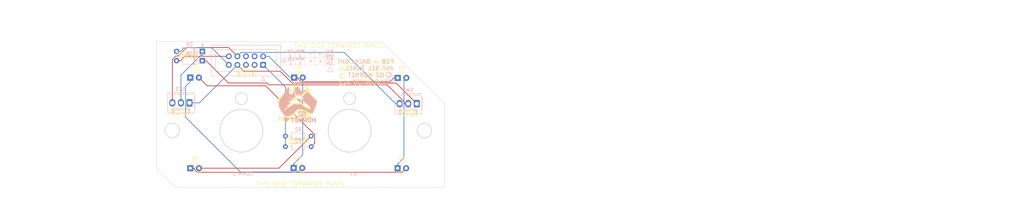
<source format=kicad_pcb>
(kicad_pcb (version 20240108) (generator "pcbnew") (generator_version "8.0")
  (layers (0 "F.Cu" signal) (31 "B.Cu" signal) (34 "B.Paste" user) (35 "F.Paste" user) (36 "B.SilkS" user "B.Silkscreen") (37 "F.SilkS" user "F.Silkscreen") (38 "B.Mask" user) (39 "F.Mask" user) (44 "Edge.Cuts" user))
  (net 0 "")
  (net 1 "Net-(D3-A)")
  (net 2 "/BACKLIGHT_GND")
  (net 3 "Net-(D4-A)")
  (net 4 "Net-(D6-A)")
  (net 5 "Net-(D10-K)")
  (net 6 "Net-(D9-A)")
  (net 7 "Net-(D10-A)")
  (net 8 "/BACKLIGHT_12V")
  (net 9 "/Row2")
  (net 10 "/Col1")
  (net 11 "/Col2")
  (net 12 "/Row1")
  (net 13 "Net-(D5-K)")
  (net 14 "Net-(D8-K)")
  (footprint "LED_THT:LED_D3.0mm_FlatTop" (layer "F.Cu") (at 121.6126 66.3378)
    (property "Reference" "D3")
    (property "Value" "LED")
  )
  (footprint "LED_THT:LED_D3.0mm_FlatTop" (layer "F.Cu") (at 121.5607 93.1442)
    (property "Reference" "D6")
    (property "Value" "LED")
  )
  (footprint "LED_THT:LED_D3.0mm_FlatTop" (layer "F.Cu") (at 90.96 66.25)
    (property "Reference" "D4")
    (property "Value" "LED")
  )
  (footprint "LED_THT:LED_D3.0mm_FlatTop" (layer "F.Cu") (at 60.225 66.25)
    (property "Reference" "D10")
    (property "Value" "LED")
  )
  (footprint "LED_THT:LED_D3.0mm_FlatTop" (layer "F.Cu") (at 90.814 93.0715)
    (property "Reference" "D7")
    (property "Value" "LED")
  )
  (footprint "LED_THT:LED_D3.0mm_FlatTop" (layer "F.Cu") (at 60.243 93.1373)
    (property "Reference" "D9")
    (property "Value" "LED")
  )
  (footprint "Resistor_THT:R_Axial_DIN0204_L3.6mm_D1.6mm_P7.62mm_Horizontal" (layer "B.Cu") (at 96 86.75 180)
    (property "Reference" "R3")
    (property "Value" "R")
  )
  (footprint "Connector_Molex:Molex_KK-254_AE-6410-03A_1x03_P2.54mm_Vertical" (layer "B.Cu") (at 60 73.75 180)
    (property "Reference" "SW3")
    (property "Value" "COMM 1")
  )
  (footprint "Diode_THT:D_DO-35_SOD27_P7.62mm_Horizontal" (layer "B.Cu") (at 63.81 58.5 180)
    (property "Reference" "D5")
    (property "Value" "D")
  )
  (footprint "Diode_THT:D_DO-35_SOD27_P7.62mm_Horizontal" (layer "B.Cu") (at 63.81 61.25 180)
    (property "Reference" "D8")
    (property "Value" "D")
  )
  (footprint "Connector_IDC:IDC-Header_2x05_P2.54mm_Vertical" (layer "B.Cu") (at 81.788 62.484 90)
    (property "Reference" "J1")
    (property "Value" "Conn_02x05_Top_Bottom")
  )
  (footprint "Resistor_THT:R_Axial_DIN0204_L3.6mm_D1.6mm_P7.62mm_Horizontal" (layer "B.Cu") (at 96 83.6 180)
    (property "Reference" "R2")
    (property "Value" "R")
  )
  (footprint "Connector_Molex:Molex_KK-254_AE-6410-03A_1x03_P2.54mm_Vertical" (layer "B.Cu") (at 127.25 74 180)
    (property "Reference" "SW4")
    (property "Value" "IFF")
  )
  (gr_rect (start 97.1296 60.2922) (end 100.0796 62.5422) (stroke (width 0.05)) (fill none) (layer "B.SilkS"))
  (gr_poly (pts (xy 93.144202 72.975633) (xy 93.125127 72.978543) (xy 93.086973 72.98426) (xy 93.068 72.987421) (xy 93.049167 72.991019) (xy 93.030525 72.995231) (xy 93.021293 72.997623) (xy 93.012129 73.000234) (xy 93.01213 73.000234) (xy 92.988662 73.008103) (xy 92.965817 73.017382) (xy 92.943644 73.028011) (xy 92.922192 73.039931) (xy 92.90151 73.053083) (xy 92.881648 73.067406) (xy 92.862654 73.082841) (xy 92.844578 73.099329) (xy 92.827469 73.11681) (xy 92.811377 73.135224) (xy 92.79635 73.154512) (xy 92.782437 73.174614) (xy 92.769688 73.195471) (xy 92.758151 73.217023) (xy 92.747877 73.23921) (xy 92.738914 73.261973) (xy 92.731312 73.285253) (xy 92.725119 73.308989) (xy 92.720384 73.333122) (xy 92.717158 73.357592) (xy 92.715489 73.382341) (xy 92.715426 73.407307) (xy 92.717018 73.432433) (xy 92.720315 73.457657) (xy 92.725366 73.482922) (xy 92.732219 73.508166) (xy 92.740925 73.53333) (xy 92.751532 73.558355) (xy 92.76409 73.583181) (xy 92.778647 73.607749) (xy 92.795253 73.631999) (xy 92.813957 73.655872) (xy 92.815172 73.657306) (xy 92.816434 73.658731) (xy 92.817741 73.660141) (xy 92.819091 73.661531) (xy 92.820481 73.662899) (xy 92.82191 73.664239) (xy 92.823373 73.665547) (xy 92.824871 73.666819) (xy 92.826399 73.66805) (xy 92.827956 73.669238) (xy 92.829539 73.670376) (xy 92.831146 73.671461) (xy 92.832775 73.672489) (xy 92.834424 73.673456) (xy 92.836089 73.674356) (xy 92.837769 73.675186) (xy 92.870284 73.690466) (xy 92.902824 73.705547) (xy 92.935512 73.720132) (xy 92.951951 73.727146) (xy 92.968473 73.733924) (xy 92.980463 73.738575) (xy 92.99252 73.742903) (xy 93.004643 73.746909) (xy 93.01683 73.750593) (xy 93.029081 73.753954) (xy 93.041394 73.756992) (xy 93.053769 73.759708) (xy 93.066204 73.762102) (xy 93.078697 73.764173) (xy 93.091249 73.765922) (xy 93.103857 73.767348) (xy 93.11652 73.768452) (xy 93.129238 73.769233) (xy 93.142008 73.769692) (xy 93.154831 73.769829) (xy 93.167705 73.769643) (xy 93.19547 73.768178) (xy 93.222623 73.765302) (xy 93.249182 73.761064) (xy 93.275167 73.755508) (xy 93.300596 73.748683) (xy 93.32549 73.740635) (xy 93.349868 73.731411) (xy 93.373749 73.721059) (xy 93.397152 73.709624) (xy 93.420098 73.697154) (xy 93.442604 73.683695) (xy 93.464691 73.669295) (xy 93.486378 73.654001) (xy 93.507685 73.637859) (xy 93.52863 73.620917) (xy 93.549234 73.60322) (xy 93.558501 73.594779) (xy 93.567438 73.586117) (xy 93.576023 73.577226) (xy 93.584237 73.568096) (xy 93.592059 73.558719) (xy 93.599468 73.549084) (xy 93.606443 73.539182) (xy 93.612965 73.529004) (xy 93.619012 73.518541) (xy 93.624565 73.507784) (xy 93.629602 73.496723) (xy 93.634103 73.485348) (xy 93.638047 73.473651) (xy 93.641415 73.461622) (xy 93.644184 73.449252) (xy 93.646336 73.436532) (xy 93.646682 73.433446) (xy 93.64692 73.430437) (xy 93.647041 73.427498) (xy 93.647038 73.424626) (xy 93.646902 73.421816) (xy 93.646624 73.419064) (xy 93.646195 73.416364) (xy 93.645608 73.413712) (xy 93.644853 73.411104) (xy 93.643922 73.408534) (xy 93.642807 73.405999) (xy 93.641499 73.403493) (xy 93.639989 73.401011) (xy 93.638269 73.39855) (xy 93.63633 73.396105) (xy 93.634165 73.39367) (xy 93.468602 73.21587) (xy 93.386366 73.126523) (xy 93.305023 73.036482) (xy 93.297625 73.02851) (xy 93.290107 73.021072) (xy 93.282451 73.014184) (xy 93.274641 73.007858) (xy 93.266663 73.002108) (xy 93.2585 72.99695) (xy 93.250136 72.992396) (xy 93.241556 72.98846) (xy 93.232743 72.985157) (xy 93.223682 72.982501) (xy 93.214356 72.980505) (xy 93.20475 72.979183) (xy 93.194848 72.97855) (xy 93.184634 72.978619) (xy 93.174092 72.979404) (xy 93.163206 72.98092) (xy 93.163206 72.972453)) (stroke (width -0.000001)) (fill solid) (layer "B.SilkS"))
  (gr_rect (start 97.131062 58.042381) (end 100.081062 60.292381) (stroke (width 0.05)) (fill none) (layer "B.SilkS"))
  (gr_poly (pts (xy 89.273251 68.956858) (xy 89.228717 68.975857) (xy 89.179661 69.006733) (xy 89.125886 69.05018) (xy 89.067193 69.106892) (xy 88.75882 69.571381) (xy 88.464534 70.045174) (xy 88.180461 70.525721) (xy 87.902728 71.010469) (xy 87.350795 71.982363) (xy 87.068849 72.464404) (xy 86.777753 72.940439) (xy 86.778281 72.939383) (xy 86.709271 73.06038) (xy 86.648015 73.181887) (xy 86.594399 73.303924) (xy 86.548309 73.426509) (xy 86.509628 73.549664) (xy 86.478244 73.673407) (xy 86.45404 73.797759) (xy 86.436903 73.922739) (xy 86.426717 74.048368) (xy 86.423368 74.174664) (xy 86.42674 74.301647) (xy 86.436721 74.429338) (xy 86.453194 74.557756) (xy 86.476045 74.686921) (xy 86.505159 74.816852) (xy 86.540421 74.94757) (xy 86.594424 75.120412) (xy 86.653763 75.287953) (xy 86.718327 75.450567) (xy 86.788001 75.608627) (xy 86.862671 75.762505) (xy 86.942224 75.912576) (xy 87.026547 76.059211) (xy 87.115526 76.202786) (xy 87.209047 76.343672) (xy 87.306997 76.482243) (xy 87.409262 76.618873) (xy 87.515729 76.753934) (xy 87.626284 76.887799) (xy 87.740813 77.020843) (xy 87.859204 77.153438) (xy 87.981341 77.285957) (xy 88.06679 77.369008) (xy 88.159746 77.443873) (xy 88.2595 77.510468) (xy 88.365342 77.568706) (xy 88.476565 77.618501) (xy 88.592457 77.659767) (xy 88.712311 77.692418) (xy 88.835416 77.716368) (xy 88.961064 77.731531) (xy 89.088545 77.737821) (xy 89.21715 77.735152) (xy 89.346169 77.723437) (xy 89.474895 77.702592) (xy 89.602616 77.672529) (xy 89.728624 77.633163) (xy 89.85221 77.584407) (xy 89.88859 77.568096) (xy 89.924865 77.55102) (xy 89.960984 77.533185) (xy 89.996891 77.514603) (xy 90.032534 77.495281) (xy 90.067857 77.475228) (xy 90.102807 77.454454) (xy 90.137331 77.432966) (xy 90.171374 77.410775) (xy 90.204883 77.38789) (xy 90.237803 77.364318) (xy 90.270081 77.340069) (xy 90.301663 77.315152) (xy 90.332496 77.289575) (xy 90.362524 77.263348) (xy 90.391694 77.23648) (xy 90.543752 77.092346) (xy 90.693009 76.953157) (xy 90.985916 76.682013) (xy 91.130959 76.546257) (xy 91.275994 76.407843) (xy 91.421717 76.264871) (xy 91.568826 76.115441) (xy 91.657336 76.023902) (xy 91.748766 75.942044) (xy 91.842933 75.869538) (xy 91.939653 75.806053) (xy 92.038745 75.75126) (xy 92.140024 75.704828) (xy 92.243309 75.666427) (xy 92.348416 75.635727) (xy 92.455164 75.612397) (xy 92.563368 75.596109) (xy 92.672847 75.586531) (xy 92.783417 75.583334) (xy 92.894895 75.586187) (xy 93.0071 75.59476) (xy 93.119848 75.608724) (xy 93.232956 75.627748) (xy 93.459521 75.679655) (xy 93.685335 75.747841) (xy 93.908933 75.829664) (xy 94.128855 75.922485) (xy 94.343638 76.023662) (xy 94.551819 76.130554) (xy 94.751937 76.240521) (xy 94.942528 76.35092) (xy 95.472587 76.675398) (xy 95.607916 76.751565) (xy 95.676618 76.787359) (xy 95.746162 76.821254) (xy 95.81666 76.852967) (xy 95.888222 76.882218) (xy 95.960963 76.908726) (xy 96.034992 76.932209) (xy 96.077577 76.942946) (xy 96.097948 76.947313) (xy 96.11773 76.950999) (xy 96.136944 76.953995) (xy 96.15561 76.956291) (xy 96.173748 76.95788) (xy 96.191377 76.95875) (xy 96.208519 76.958894) (xy 96.225191 76.958301) (xy 96.241415 76.956962) (xy 96.257211 76.954868) (xy 96.272598 76.95201) (xy 96.287597 76.948379) (xy 96.302227 76.943964) (xy 96.316509 76.938758) (xy 96.330462 76.932749) (xy 96.344106 76.92593) (xy 96.357461 76.918291) (xy 96.370548 76.909823) (xy 96.383386 76.900516) (xy 96.395995 76.890361) (xy 96.408395 76.879348) (xy 96.420606 76.867469) (xy 96.432648 76.854714) (xy 96.444541 76.841074) (xy 96.456305 76.826539) (xy 96.46796 76.8111) (xy 96.479526 76.794748) (xy 96.491022 76.777474) (xy 96.50247 76.759268) (xy 96.513888 76.740122) (xy 96.556588 76.665745) (xy 96.598513 76.590847) (xy 96.639583 76.515428) (xy 96.679716 76.439489) (xy 96.718832 76.363028) (xy 96.75685 76.286047) (xy 96.79369 76.208545) (xy 96.829271 76.130521) (xy 96.959397 75.831872) (xy 97.084065 75.531236) (xy 97.203276 75.228609) (xy 97.317031 74.923988) (xy 97.425328 74.617371) (xy 97.528168 74.308753) (xy 97.625551 73.998133) (xy 97.717478 73.685506) (xy 97.733587 73.621916) (xy 97.739962 73.590749) (xy 97.745222 73.55999) (xy 97.749371 73.529633) (xy 97.752412 73.49967) (xy 97.754349 73.470093) (xy 97.755185 73.440895) (xy 97.754924 73.412069) (xy 97.753569 73.383607) (xy 97.751124 73.355502) (xy 97.747592 73.327747) (xy 97.742977 73.300333) (xy 97.737283 73.273255) (xy 97.730513 73.246503) (xy 97.72267 73.220071) (xy 97.713758 73.193952) (xy 97.703781 73.168138) (xy 97.692742 73.142621) (xy 97.680645 73.117394) (xy 97.667493 73.09245) (xy 97.65329 73.067781) (xy 97.638039 73.043381) (xy 97.621744 73.01924) (xy 97.586035 72.971712) (xy 97.546192 72.925136) (xy 97.502244 72.879454) (xy 97.454217 72.834607) (xy 96.153526 71.667794) (xy 95.508364 71.078732) (xy 95.188533 70.781225) (xy 94.87109 70.481138) (xy 94.800744 70.553534) (xy 94.730597 70.626129) (xy 94.697515 70.660761) (xy 94.664583 70.695616) (xy 94.631849 70.730718) (xy 94.599363 70.766094) (xy 94.596575 70.769029) (xy 94.593759 70.77178) (xy 94.590909 70.774339) (xy 94.588015 70.776702) (xy 94.58507 70.778864) (xy 94.582067 70.780819) (xy 94.578995 70.782561) (xy 94.575848 70.784086) (xy 94.572618 70.785387) (xy 94.569295 70.78646) (xy 94.565873 70.787298) (xy 94.562342 70.787897) (xy 94.558695 70.788251) (xy 94.554924 70.788355) (xy 94.55102 70.788203) (xy 94.546976 70.78779) (xy 94.542438 70.787264) (xy 94.538044 70.78698) (xy 94.533785 70.786943) (xy 94.52965 70.787162) (xy 94.525627 70.78764) (xy 94.521708 70.788385) (xy 94.51788 70.789403) (xy 94.514134 70.7907) (xy 94.51046 70.792283) (xy 94.506847 70.794156) (xy 94.503283 70.796328) (xy 94.49976 70.798803) (xy 94.496266 70.801589) (xy 94.492792 70.80469) (xy 94.489325 70.808114) (xy 94.485857 70.811867) (xy 94.458928 70.842077) (xy 94.431754 70.872023) (xy 94.376882 70.93136) (xy 94.266517 71.049463) (xy 94.174343 71.149509) (xy 94.082367 71.249752) (xy 93.893719 71.454805) (xy 93.706924 71.658005) (xy 93.466947 71.918619) (xy 93.386712 72.00699) (xy 93.30608 72.096154) (xy 93.312996 72.107876) (xy 93.316496 72.113484) (xy 93.320082 72.118888) (xy 93.323797 72.124061) (xy 93.327683 72.128976) (xy 93.331784 72.133606) (xy 93.336143 72.137925) (xy 93.340803 72.141907) (xy 93.343259 72.143762) (xy 93.345806 72.145523) (xy 93.34845 72.147187) (xy 93.351196 72.148749) (xy 93.35405 72.150206) (xy 93.357016 72.151556) (xy 93.360101 72.152794) (xy 93.363309 72.153918) (xy 93.366646 72.154924) (xy 93.370118 72.155808) (xy 93.373729 72.156568) (xy 93.377485 72.1572) (xy 93.381392 72.157701) (xy 93.385455 72.158067) (xy 93.390765 72.158651) (xy 93.396078 72.159591) (xy 93.401388 72.160859) (xy 93.406692 72.162424) (xy 93.411985 72.16426) (xy 93.417262 72.166336) (xy 93.422521 72.168625) (xy 93.427755 72.171098) (xy 93.432962 72.173725) (xy 93.438137 72.176479) (xy 93.448372 72.182252) (xy 93.46827 72.19405) (xy 93.488115 72.206589) (xy 93.506904 72.219969) (xy 93.524684 72.234151) (xy 93.541501 72.249096) (xy 93.557404 72.264765) (xy 93.57244 72.281119) (xy 93.586656 72.298119) (xy 93.600098 72.315726) (xy 93.612815 72.333899) (xy 93.624854 72.352601) (xy 93.636262 72.371792) (xy 93.647087 72.391434) (xy 93.657375 72.411486) (xy 93.667173 72.431909) (xy 93.67653 72.452665) (xy 93.685493 72.473715) (xy 93.698011 72.505856) (xy 93.709243 72.538356) (xy 93.719291 72.571179) (xy 93.728256 72.604287) (xy 93.736242 72.637643) (xy 93.74335 72.67121) (xy 93.749683 72.704951) (xy 93.755343 72.738828) (xy 93.758125 72.758023) (xy 93.760386 72.7773) (xy 93.762226 72.796638) (xy 93.763743 72.81602) (xy 93.768572 72.893609) (xy 93.770378 72.922027) (xy 93.771912 72.950495) (xy 93.772429 72.964731) (xy 93.772702 72.978962) (xy 93.77267 72.99318) (xy 93.772276 73.00738) (xy 93.770103 73.049513) (xy 93.767141 73.091534) (xy 93.763076 73.133381) (xy 93.757592 73.174993) (xy 93.754218 73.195692) (xy 93.75037 73.216308) (xy 93.74601 73.236834) (xy 93.741096 73.257262) (xy 93.735591 73.277585) (xy 93.729454 73.297795) (xy 93.722645 73.317884) (xy 93.715126 73.337845) (xy 93.713058 73.342676) (xy 93.710835 73.347473) (xy 93.708475 73.352276) (xy 93.705998 73.357126) (xy 93.700764 73.367126) (xy 93.698045 73.372357) (xy 93.695282 73.377796) (xy 93.752068 73.417814) (xy 93.809847 73.45823) (xy 94.037719 73.617079) (xy 94.265195 73.776523) (xy 94.422489 73.888574) (xy 94.500641 73.945369) (xy 94.578197 74.003006) (xy 94.643015 74.052434) (xy 94.707214 74.102754) (xy 94.770669 74.154067) (xy 94.802078 74.180127) (xy 94.833255 74.206471) (xy 94.909397 74.272344) (xy 94.984795 74.33916) (xy 95.134351 74.47423) (xy 95.170884 74.507984) (xy 95.188984 74.525049) (xy 95.206946 74.54226) (xy 95.224746 74.559632) (xy 95.242363 74.577181) (xy 95.259775 74.594922) (xy 95.276961 74.612871) (xy 95.332549 74.672408) (xy 95.387098 74.732823) (xy 95.440463 74.794223) (xy 95.492497 74.856718) (xy 95.543056 74.920416) (xy 95.591993 74.985425) (xy 95.639163 75.051855) (xy 95.684419 75.119813) (xy 95.720867 75.178261) (xy 95.755534 75.237552) (xy 95.788329 75.297737) (xy 95.819158 75.358864) (xy 95.847929 75.420983) (xy 95.874547 75.484144) (xy 95.898921 75.548397) (xy 95.920957 75.61379) (xy 95.923556 75.622243) (xy 95.926025 75.630761) (xy 95.930746 75.648153) (xy 95.940536 75.685492) (xy 95.896417 75.685856) (xy 95.875572 75.685827) (xy 95.865302 75.685619) (xy 95.855075 75.685228) (xy 95.831267 75.683839) (xy 95.807484 75.682053) (xy 95.78375 75.67987) (xy 95.76009 75.67729) (xy 95.648899 75.665119) (xy 95.593403 75.658389) (xy 95.565723 75.654646) (xy 95.538105 75.650568) (xy 95.480557 75.640941) (xy 95.4234 75.629761) (xy 95.366627 75.617086) (xy 95.310232 75.602976) (xy 95.25421 75.587489) (xy 95.198553 75.570684) (xy 95.143256 75.552621) (xy 95.088313 75.533357) (xy 95.014474 75.505894) (xy 94.97772 75.491625) (xy 94.941106 75.476968) (xy 94.904653 75.461902) (xy 94.868382 75.446405) (xy 94.832317 75.430455) (xy 94.796478 75.414031) (xy 94.711075 75.373569) (xy 94.668551 75.35282) (xy 94.626219 75.331645) (xy 94.584134 75.309987) (xy 94.542354 75.287787) (xy 94.500933 75.264984) (xy 94.459928 75.241522) (xy 94.410191 75.212148) (xy 94.360784 75.182201) (xy 94.311686 75.151727) (xy 94.262879 75.120773) (xy 94.166067 75.057607) (xy 94.070197 74.993078) (xy 94.022285 74.959933) (xy 93.97474 74.926258) (xy 93.880424 74.857777) (xy 93.692636 74.719499) (xy 93.362171 74.478993) (xy 93.057371 74.255949) (xy 92.924848 74.158913) (xy 92.792524 74.06148) (xy 92.790253 74.059903) (xy 92.788002 74.058539) (xy 92.785765 74.057377) (xy 92.783536 74.056407) (xy 92.781311 74.055619) (xy 92.779083 74.055001) (xy 92.776847 74.054544) (xy 92.774598 74.054237) (xy 92.772331 74.054069) (xy 92.770039 74.054031) (xy 92.767718 74.054111) (xy 92.765363 74.054299) (xy 92.762966 74.054585) (xy 92.760525 74.054958) (xy 92.758032 74.055408) (xy 92.755482 74.055924) (xy 92.452898 74.117638) (xy 92.150115 74.178161) (xy 92.1333 74.181319) (xy 92.116402 74.184081) (xy 92.099435 74.186495) (xy 92.082415 74.188612) (xy 92.065358 74.190481) (xy 92.04828 74.192151) (xy 92.01412 74.195094) (xy 91.949822 74.200076) (xy 91.885499 74.204586) (xy 91.821127 74.208451) (xy 91.75668 74.211498) (xy 91.738016 74.211959) (xy 91.719333 74.212007) (xy 91.700637 74.211726) (xy 91.681935 74.211201) (xy 91.607191 74.208323) (xy 91.554935 74.206868) (xy 91.541841 74.206365) (xy 91.528758 74.205719) (xy 91.515701 74.204887) (xy 91.50268 74.203825) (xy 91.46039 74.199616) (xy 91.418303 74.194511) (xy 91.376502 74.188184) (xy 91.355734 74.184461) (xy 91.335067 74.180311) (xy 91.314512 74.175692) (xy 91.294078 74.170564) (xy 91.273777 74.164887) (xy 91.253617 74.158619) (xy 91.233609 74.15172) (xy 91.213763 74.14415) (xy 91.194089 74.135868) (xy 91.174597 74.126832) (xy 91.172765 74.125914) (xy 91.170941 74.124949) (xy 91.169129 74.123938) (xy 91.167329 74.122884) (xy 91.165545 74.121787) (xy 91.163779 74.120651) (xy 91.162033 74.119476) (xy 91.160309 74.118266) (xy 91.158611 74.117021) (xy 91.156939 74.115744) (xy 91.155297 74.114438) (xy 91.153687 74.113102) (xy 91.15211 74.111741) (xy 91.150571 74.110355) (xy 91.14907 74.108946) (xy 91.14761 74.107517) (xy 91.121271 74.081625) (xy 91.095057 74.05556) (xy 91.068991 74.029345) (xy 91.043099 74.003007) (xy 91.041587 74.001483) (xy 91.040118 74.000091) (xy 91.038681 73.998841) (xy 91.037262 73.99774) (xy 91.035849 73.996797) (xy 91.035141 73.996388) (xy 91.03443 73.996021) (xy 91.033714 73.995698) (xy 91.032992 73.99542) (xy 91.032263 73.995188) (xy 91.031524 73.995003) (xy 91.030774 73.994866) (xy 91.030012 73.994778) (xy 91.029236 73.994741) (xy 91.028444 73.994754) (xy 91.027635 73.99482) (xy 91.026808 73.994939) (xy 91.02596 73.995113) (xy 91.025091 73.995342) (xy 91.024199 73.995628) (xy 91.023282 73.995972) (xy 91.022338 73.996374) (xy 91.021366 73.996836) (xy 91.020366 73.997359) (xy 91.019334 73.997943) (xy 91.018269 73.998591) (xy 91.017171 73.999303) (xy 90.602833 74.271824) (xy 90.113882 74.592498) (xy 89.753255 74.8293) (xy 89.377283 75.075098) (xy 89.323374 75.110685) (xy 89.29632 75.128304) (xy 89.282725 75.136962) (xy 89.269068 75.145477) (xy 89.265837 75.147526) (xy 89.262803 75.149611) (xy 89.259982 75.151745) (xy 89.257393 75.15394) (xy 89.255052 75.156208) (xy 89.253979 75.157373) (xy 89.252976 75.15856) (xy 89.252042 75.159772) (xy 89.251182 75.16101) (xy 89.250396 75.162275) (xy 89.249687 75.163568) (xy 89.249057 75.164892) (xy 89.248508 75.166248) (xy 89.248043 75.167637) (xy 89.247663 75.16906) (xy 89.247371 75.17052) (xy 89.247168 75.172017) (xy 89.247058 75.173554) (xy 89.247041 75.175131) (xy 89.24712 75.176751) (xy 89.247298 75.178415) (xy 89.247576 75.180123) (xy 89.247957 75.181879) (xy 89.248442 75.183683) (xy 89.249034 75.185536) (xy 89.249735 75.187441) (xy 89.250547 75.189398) (xy 89.251128 75.190791) (xy 89.251631 75.192144) (xy 89.252058 75.193458) (xy 89.25241 75.194733) (xy 89.252688 75.195973) (xy 89.252895 75.197177) (xy 89.253031 75.198347) (xy 89.253098 75.199485) (xy 89.253097 75.200593) (xy 89.253029 75.20167) (xy 89.252897 75.202719) (xy 89.2527 75.203741) (xy 89.252442 75.204738) (xy 89.252123 75.205711) (xy 89.251744 75.20666) (xy 89.251308 75.207588) (xy 89.250815 75.208496) (xy 89.250266 75.209385) (xy 89.249664 75.210257) (xy 89.24901 75.211113) (xy 89.248304 75.211953) (xy 89.247549 75.212781) (xy 89.246746 75.213596) (xy 89.245896 75.214401) (xy 89.244062 75.215984) (xy 89.242057 75.217541) (xy 89.239893 75.219082) (xy 89.237582 75.220619) (xy 88.703918 75.570663) (xy 88.363928 75.794235) (xy 88.32978 75.817184) (xy 88.295731 75.840306) (xy 88.27862 75.851707) (xy 88.261385 75.862882) (xy 88.243976 75.873741) (xy 88.226344 75.884193) (xy 88.224151 75.885493) (xy 88.222083 75.886814) (xy 88.220137 75.888155) (xy 88.21831 75.889517) (xy 88.216599 75.890901) (xy 88.215 75.892306) (xy 88.213511 75.893733) (xy 88.212127 75.895182) (xy 88.210846 75.896654) (xy 88.209665 75.898148) (xy 88.20858 75.899666) (xy 88.207587 75.901207) (xy 88.206685 75.902771) (xy 88.205869 75.90436) (xy 88.205136 75.905972) (xy 88.204483 75.90761) (xy 88.203405 75.910959) (xy 88.202607 75.914409) (xy 88.202064 75.917964) (xy 88.201751 75.921624) (xy 88.20164 75.925393) (xy 88.201707 75.929273) (xy 88.201924 75.933266) (xy 88.202267 75.937375) (xy 88.203238 75.946999) (xy 88.204326 75.956623) (xy 88.206633 75.975872) (xy 88.20774 75.985496) (xy 88.208741 75.995121) (xy 88.209581 76.004745) (xy 88.210204 76.014369) (xy 88.212085 76.047393) (xy 88.213743 76.080515) (xy 88.214295 76.097082) (xy 88.214558 76.113637) (xy 88.214455 76.130168) (xy 88.213909 76.146661) (xy 88.213634 76.151484) (xy 88.21321 76.156327) (xy 88.212644 76.161184) (xy 88.211941 76.16605) (xy 88.211108 76.170918) (xy 88.210151 76.175785) (xy 88.209076 76.180643) (xy 88.20789 76.185488) (xy 88.206598 76.190315) (xy 88.205207 76.195118) (xy 88.202152 76.20463) (xy 88.198774 76.21398) (xy 88.195124 76.223126) (xy 88.193885 76.225939) (xy 88.1926 76.228576) (xy 88.191272 76.231036) (xy 88.189903 76.233319) (xy 88.188495 76.235425) (xy 88.187052 76.237354) (xy 88.185574 76.239105) (xy 88.184065 76.240679) (xy 88.182527 76.242076) (xy 88.180962 76.243295) (xy 88.179373 76.244336) (xy 88.177762 76.245199) (xy 88.176131 76.245884) (xy 88.174484 76.246392) (xy 88.172821 76.246721) (xy 88.171146 76.246872) (xy 88.169461 76.246845) (xy 88.167768 76.24664) (xy 88.16607 76.246256) (xy 88.164368 76.245693) (xy 88.162667 76.244952) (xy 88.160967 76.244032) (xy 88.159271 76.242933) (xy 88.157582 76.241655) (xy 88.155901 76.240198) (xy 88.154232 76.238562) (xy 88.152577 76.236747) (xy 88.150938 76.234752) (xy 88.149317 76.232578) (xy 88.147717 76.230224) (xy 88.14614 76.227691) (xy 88.144588 76.224978) (xy 88.142207 76.220526) (xy 88.139922 76.216006) (xy 88.137733 76.211422) (xy 88.135637 76.206779) (xy 88.131719 76.197342) (xy 88.12815 76.187737) (xy 88.124917 76.178009) (xy 88.122003 76.1682) (xy 88.119393 76.158353) (xy 88.117071 76.148513) (xy 88.114992 76.138036) (xy 88.113284 76.127454) (xy 88.111899 76.116785) (xy 88.110787 76.106048) (xy 88.109898 76.095261) (xy 88.109183 76.084443) (xy 88.108076 76.062788) (xy 88.099344 75.853503) (xy 88.093689 75.735631) (xy 88.087438 75.617759) (xy 88.084684 75.57335) (xy 88.081683 75.528991) (xy 88.075532 75.440223) (xy 88.075485 75.438568) (xy 88.075542 75.43693) (xy 88.0757 75.435309) (xy 88.075958 75.433707) (xy 88.076315 75.432127) (xy 88.076768 75.430571) (xy 88.077315 75.42904) (xy 88.077954 75.427536) (xy 88.078685 75.426061) (xy 88.079504 75.424617) (xy 88.08041 75.423205) (xy 88.081401 75.421829) (xy 88.082476 75.420489) (xy 88.083632 75.419188) (xy 88.084868 75.417927) (xy 88.086181 75.416708) (xy 88.089034 75.414406) (xy 88.092177 75.412295) (xy 88.095593 75.410391) (xy 88.09927 75.408709) (xy 88.103191 75.407264) (xy 88.107342 75.406072) (xy 88.111709 75.405147) (xy 88.116277 75.404504) (xy 88.119121 75.404158) (xy 88.122057 75.403765) (xy 88.12503 75.403402) (xy 88.126514 75.403257) (xy 88.127985 75.403148) (xy 88.129438 75.403086) (xy 88.130866 75.403081) (xy 88.132261 75.403141) (xy 88.133616 75.403276) (xy 88.134925 75.403497) (xy 88.13618 75.403813) (xy 88.136786 75.40401) (xy 88.137375 75.404234) (xy 88.137947 75.404486) (xy 88.138502 75.404768) (xy 88.140779 75.405896) (xy 88.142995 75.406851) (xy 88.145153 75.407641) (xy 88.147256 75.408272) (xy 88.149304 75.40875) (xy 88.151301 75.409082) (xy 88.153248 75.409274) (xy 88.155147 75.409333) (xy 88.157 75.409264) (xy 88.15881 75.409074) (xy 88.160578 75.408771) (xy 88.162306 75.408359) (xy 88.163997 75.407846) (xy 88.165652 75.407237) (xy 88.167274 75.40654) (xy 88.168864 75.405761) (xy 88.170425 75.404905) (xy 88.171958 75.40398) (xy 88.17495 75.401947) (xy 88.177857 75.399712) (xy 88.180696 75.397327) (xy 88.191684 75.387306) (xy 88.344613 75.247342) (xy 88.535113 75.076686) (xy 88.675342 74.949156) (xy 88.883569 74.761302) (xy 89.025121 74.632185) (xy 89.227263 74.450152) (xy 89.325953 74.359929) (xy 89.531005 74.174985) (xy 89.578762 74.131229) (xy 89.602591 74.109389) (xy 89.62652 74.087672) (xy 89.833159 73.901406) (xy 89.968625 73.778639) (xy 90.178705 73.589197) (xy 90.247199 73.52712) (xy 90.315494 73.464843) (xy 90.566055 73.237301) (xy 90.566096 73.237242) (xy 90.566119 73.237164) (xy 90.566127 73.237067) (xy 90.566121 73.23695) (xy 90.566103 73.236813) (xy 90.566074 73.236655) (xy 90.565989 73.236276) (xy 90.56588 73.23581) (xy 90.565758 73.235255) (xy 90.565636 73.234606) (xy 90.565579 73.234246) (xy 90.565526 73.233862) (xy 89.492641 73.785783) (xy 89.479412 73.756149) (xy 89.456261 73.702108) (xy 89.444884 73.674964) (xy 89.433903 73.64767) (xy 89.433494 73.646371) (xy 89.43316 73.644965) (xy 89.432902 73.643471) (xy 89.432721 73.641907) (xy 89.432617 73.64029) (xy 89.432591 73.638638) (xy 89.432645 73.636969) (xy 89.432779 73.635301) (xy 89.432993 73.633651) (xy 89.433288 73.632038) (xy 89.433666 73.630479) (xy 89.434126 73.628992) (xy 89.434671 73.627595) (xy 89.4353 73.626306) (xy 89.435646 73.625708) (xy 89.436014 73.625143) (xy 89.436403 73.624613) (xy 89.436814 73.624122) (xy 89.602707 73.432299) (xy 89.611737 73.422196) (xy 89.62114 73.412592) (xy 89.630882 73.403441) (xy 89.640927 73.394695) (xy 89.651241 73.38631) (xy 89.661787 73.378238) (xy 89.672532 73.370432) (xy 89.683438 73.362846) (xy 89.705598 73.348149) (xy 89.727983 73.333775) (xy 89.750313 73.319351) (xy 89.772305 73.304506) (xy 90.034375 73.123035) (xy 90.297239 72.942556) (xy 90.544624 72.772429) (xy 90.541717 72.770062) (xy 90.538931 72.767733) (xy 90.533611 72.763235) (xy 90.53102 72.761091) (xy 90.528439 72.759034) (xy 90.525839 72.757077) (xy 90.524523 72.756139) (xy 90.523192 72.755231) (xy 90.123672 72.484827) (xy 89.700603 72.197754) (xy 89.49489 72.057459) (xy 89.39186 71.987609) (xy 89.288383 71.918354) (xy 89.284928 71.915977) (xy 89.281605 71.913514) (xy 89.275325 71.908344) (xy 89.269489 71.902882) (xy 89.264041 71.897163) (xy 89.258929 71.891223) (xy 89.254097 71.8851) (xy 89.249491 71.87883) (xy 89.245058 71.872449) (xy 89.227959 71.846545) (xy 89.223572 71.840156) (xy 89.219031 71.833875) (xy 89.214283 71.827738) (xy 89.209273 71.821781) (xy 89.212977 71.816754) (xy 90.606538 72.634581) (xy 90.612102 72.608181) (xy 90.617319 72.582524) (xy 90.619999 72.56996) (xy 90.622834 72.557562) (xy 90.625905 72.545327) (xy 90.629291 72.533246) (xy 90.635787 72.513841) (xy 90.643352 72.495609) (xy 90.651965 72.478544) (xy 90.661604 72.462639) (xy 90.672248 72.447889) (xy 90.683874 72.434289) (xy 90.696462 72.421832) (xy 90.70999 72.410512) (xy 90.724435 72.400324) (xy 90.739776 72.391262) (xy 90.755992 72.38332) (xy 90.77306 72.376493) (xy 90.790959 72.370773) (xy 90.809667 72.366157) (xy 90.829163 72.362637) (xy 90.849425 72.360208) (xy 90.859525 72.359431) (xy 90.869584 72.358879) (xy 90.889601 72.358402) (xy 90.909505 72.358687) (xy 90.929329 72.359646) (xy 90.949104 72.361188) (xy 90.968859 72.363222) (xy 90.988628 72.36566) (xy 91.008439 72.368411) (xy 91.010302 72.368592) (xy 91.012211 72.368643) (xy 91.014159 72.368572) (xy 91.016137 72.368386) (xy 91.018137 72.368091) (xy 91.020151 72.367694) (xy 91.022168 72.367203) (xy 91.024182 72.366625) (xy 91.026184 72.365965) (xy 91.028165 72.365232) (xy 91.030116 72.364433) (xy 91.032029 72.363574) (xy 91.033896 72.362662) (xy 91.035707 72.361704) (xy 91.037456 72.360707) (xy 91.039132 72.359679) (xy 91.041524 72.35803) (xy 91.043846 72.356268) (xy 91.046109 72.354411) (xy 91.048322 72.352478) (xy 91.050496 72.350485) (xy 91.052642 72.348452) (xy 91.056892 72.344333) (xy 91.061153 72.340264) (xy 91.063315 72.338293) (xy 91.065511 72.336388) (xy 91.067752 72.334566) (xy 91.070049 72.332846) (xy 91.072411 72.331245) (xy 91.07485 72.329781) (xy 91.076552 72.328829) (xy 91.078138 72.327856) (xy 91.079611 72.326863) (xy 91.080975 72.32585) (xy 91.082233 72.324816) (xy 91.083389 72.323763) (xy 91.084445 72.322689) (xy 91.085405 72.321596) (xy 91.086272 72.320482) (xy 91.08705 72.319348) (xy 91.087742 72.318194) (xy 91.088352 72.317019) (xy 91.088882 72.315825) (xy 91.089336 72.31461) (xy 91.089718 72.313375) (xy 91.090031 72.31212) (xy 91.090277 72.310845) (xy 91.090461 72.30955) (xy 91.090655 72.306899) (xy 91.090639 72.304167) (xy 91.09044 72.301355) (xy 91.090084 72.298462) (xy 91.089598 72.295489) (xy 91.088344 72.2893) (xy 91.086314 72.279629) (xy 91.084596 72.269967) (xy 91.083196 72.260315) (xy 91.082122 72.250675) (xy 91.081381 72.241049) (xy 91.080981 72.231438) (xy 91.080929 72.221846) (xy 91.081233 72.212273) (xy 91.081899 72.202722) (xy 91.082936 72.193195) (xy 91.08435 72.183693) (xy 91.086148 72.174219) (xy 91.088339 72.164774) (xy 91.09093 72.15536) (xy 91.093928 72.14598) (xy 91.097339 72.136635) (xy 91.101573 72.126513) (xy 91.106227 72.116775) (xy 91.111289 72.107408) (xy 91.116745 72.098399) (xy 91.122583 72.089736) (xy 91.128789 72.081406) (xy 91.13535 72.073396) (xy 91.142253 72.065694) (xy 91.149484 72.058286) (xy 91.157031 72.05116) (xy 91.16488 72.044303) (xy 91.173019 72.037702) (xy 91.181433 72.031344) (xy 91.19011 72.025217) (xy 91.199037 72.019308) (xy 91.2082 72.013604) (xy 91.224584 72.004144) (xy 91.241186 71.995381) (xy 91.257992 71.987276) (xy 91.274991 71.979787) (xy 91.292169 71.972875) (xy 91.309515 71.9665) (xy 91.327016 71.960621) (xy 91.344659 71.955197) (xy 91.362433 71.950189) (xy 91.380324 71.945557) (xy 91.416411 71.937255) (xy 91.45282 71.929971) (xy 91.489452 71.923381) (xy 91.492033 71.922861) (xy 91.494624 71.922298) (xy 91.49987 71.921066) (xy 91.510884 71.918354) (xy 90.990184 70.516856) (xy 90.873605 70.634676) (xy 90.812633 70.692818) (xy 90.75 70.75) (xy 90.685801 70.805883) (xy 90.620132 70.860133) (xy 90.553088 70.912411) (xy 90.484764 70.962381) (xy 90.415255 71.009707) (xy 90.344657 71.054051) (xy 90.273066 71.095076) (xy 90.200576 71.132447) (xy 90.127283 71.165825) (xy 90.053283 71.194874) (xy 89.97867 71.219258) (xy 89.90354 71.23864) (xy 89.88607 71.24101) (xy 89.868843 71.242763) (xy 89.851871 71.243899) (xy 89.835167 71.244416) (xy 89.818745 71.244316) (xy 89.802616 71.243598) (xy 89.786795 71.242261) (xy 89.771294 71.240306) (xy 89.756125 71.237731) (xy 89.741303 71.234537) (xy 89.726839 71.230724) (xy 89.712747 71.226291) (xy 89.699039 71.221239) (xy 89.68573 71.215566) (xy 89.67283 71.209272) (xy 89.660355 71.202358) (xy 89.648315 71.194824) (xy 89.636725 71.186668) (xy 89.625597 71.17789) (xy 89.614945 71.168491) (xy 89.604781 71.15847) (xy 89.595117 71.147828) (xy 89.585968 71.136562) (xy 89.577346 71.124674) (xy 89.569263 71.112164) (xy 89.561734 71.09903) (xy 89.55477 71.085273) (xy 89.548385 71.070892) (xy 89.542591 71.055888) (xy 89.537402 71.040259) (xy 89.532831 71.024006) (xy 89.52889 71.007129) (xy 89.515443 70.936783) (xy 89.504462 70.865589) (xy 89.495929 70.79377) (xy 89.489831 70.721544) (xy 89.486151 70.649133) (xy 89.484874 70.576755) (xy 89.485985 70.504632) (xy 89.489467 70.432983) (xy 89.519779 70.00373) (xy 89.532683 69.702628) (xy 89.533022 69.549867) (xy 89.527171 69.403027) (xy 89.513543 69.267652) (xy 89.503317 69.205998) (xy 89.490553 69.149289) (xy 89.475051 69.09822) (xy 89.456615 69.053483) (xy 89.435044 69.015771) (xy 89.410142 68.985779) (xy 89.38171 68.964198) (xy 89.34955 68.951722) (xy 89.313463 68.949045)) (stroke (width -0.000001)) (fill solid) (layer "B.SilkS"))
  (gr_rect (start 91.225355 58.034571) (end 94.175355 60.284571) (stroke (width 0.05)) (fill none) (layer "B.SilkS"))
  (gr_rect (start 100.07202 60.286368) (end 103.02202 62.536368) (stroke (width 0.05)) (fill none) (layer "B.SilkS"))
  (gr_poly (pts (xy 92.641977 78.959974) (xy 92.502542 78.083144) (xy 92.191656 78.083144) (xy 92.426871 79.572484) (xy 92.767919 79.572484) (xy 93.056844 78.707562) (xy 93.192575 79.572484) (xy 93.503461 79.572484) (xy 93.268246 78.083144) (xy 92.933019 78.083144)) (stroke (width -0.000001)) (fill solid) (layer "B.SilkS"))
  (gr_rect (start 88.271462 58.041181) (end 91.221462 60.291181) (stroke (width 0.05)) (fill none) (layer "B.SilkS"))
  (gr_line (start 101.57242 62.891968) (end 100.78502 64.542968) (stroke (width 0.12)) (layer "B.SilkS"))
  (gr_line (start 102.46142 64.542968) (end 101.57242 62.891968) (stroke (width 0.12)) (layer "B.SilkS"))
  (gr_rect (start 94.172924 58.041362) (end 97.122924 60.291362) (stroke (width 0.05)) (fill none) (layer "B.SilkS"))
  (gr_poly (pts (xy 91.754366 69.038761) (xy 91.642574 69.052557) (xy 91.53056 69.071764) (xy 91.419773 69.095035) (xy 91.31166 69.121021) (xy 90.934885 69.22516) (xy 91.075611 69.513357) (xy 91.144845 69.653487) (xy 91.215343 69.791633) (xy 91.232574 69.82719) (xy 91.247064 69.862514) (xy 91.25882 69.897588) (xy 91.267847 69.932395) (xy 91.274151 69.966918) (xy 91.27774 70.001141) (xy 91.278618 70.035046) (xy 91.276793 70.068618) (xy 91.27227 70.10184) (xy 91.265056 70.134694) (xy 91.255157 70.167165) (xy 91.242579 70.199236) (xy 91.227328 70.230889) (xy 91.209411 70.262109) (xy 91.188834 70.292878) (xy 91.165602 70.32318) (xy 91.147354 70.344111) (xy 91.128758 70.365216) (xy 91.090725 70.407847) (xy 91.109378 70.408211) (xy 91.118704 70.408331) (xy 91.128031 70.408376) (xy 91.128609 70.408395) (xy 91.129201 70.408452) (xy 91.129805 70.408545) (xy 91.13042 70.408672) (xy 91.131045 70.408832) (xy 91.131677 70.409025) (xy 91.132316 70.409248) (xy 91.132959 70.409501) (xy 91.134253 70.410088) (xy 91.135547 70.410776) (xy 91.136828 70.411554) (xy 91.138085 70.412411) (xy 91.139304 70.413336) (xy 91.140474 70.414319) (xy 91.141582 70.415348) (xy 91.142616 70.416413) (xy 91.143563 70.417503) (xy 91.14441 70.418606) (xy 91.145146 70.419713) (xy 91.145468 70.420264) (xy 91.145758 70.420812) (xy 91.387323 70.906851) (xy 91.530462 71.197099) (xy 91.688419 71.51751) (xy 91.735448 71.61395) (xy 91.782875 71.711978) (xy 91.795571 71.701209) (xy 91.807846 71.690911) (xy 91.813817 71.685838) (xy 91.819673 71.680762) (xy 91.825412 71.675642) (xy 91.831029 71.670439) (xy 91.859356 71.643518) (xy 91.887584 71.616398) (xy 91.943742 71.56196) (xy 92.0379 71.471307) (xy 92.061324 71.448543) (xy 92.084571 71.425596) (xy 92.107575 71.402395) (xy 92.130273 71.378868) (xy 92.147581 71.361304) (xy 92.165348 71.344394) (xy 92.183539 71.328085) (xy 92.202116 71.312325) (xy 92.221044 71.297062) (xy 92.240285 71.282242) (xy 92.279564 71.25372) (xy 92.319662 71.22634) (xy 92.360287 71.199679) (xy 92.441952 71.146829) (xy 92.444409 71.145224) (xy 92.446912 71.143676) (xy 92.452015 71.140706) (xy 92.462325 71.134956) (xy 92.467372 71.131995) (xy 92.469833 71.130454) (xy 92.472239 71.128858) (xy 92.474579 71.127195) (xy 92.476845 71.125454) (xy 92.479026 71.123624) (xy 92.481111 71.121693) (xy 92.483172 71.119778) (xy 92.485238 71.117999) (xy 92.48731 71.116353) (xy 92.489388 71.114837) (xy 92.491472 71.113448) (xy 92.493563 71.112182) (xy 92.495661 71.111035) (xy 92.497767 71.110006) (xy 92.499881 71.10909) (xy 92.502004 71.108285) (xy 92.504135 71.107586) (xy 92.506277 71.106992) (xy 92.508428 71.106498) (xy 92.510589 71.106101) (xy 92.514944 71.105587) (xy 92.519346 71.105423) (xy 92.523798 71.105583) (xy 92.528303 71.106042) (xy 92.532866 71.106773) (xy 92.537488 71.107751) (xy 92.542175 71.108949) (xy 92.546929 71.110342) (xy 92.551754 71.111904) (xy 92.566275 71.11655) (xy 92.580854 71.120995) (xy 92.610128 71.129465) (xy 92.6687 71.146035) (xy 92.669489 71.146298) (xy 92.670271 71.146592) (xy 92.671055 71.146917) (xy 92.671846 71.147271) (xy 92.673476 71.148067) (xy 92.675215 71.148978) (xy 92.67923 71.151132) (xy 92.68161 71.152369) (xy 92.68431 71.153708) (xy 92.159377 71.930789) (xy 92.163611 71.935552) (xy 92.245102 71.875227) (xy 92.743842 71.503752) (xy 93.171673 71.185987) (xy 93.667767 70.818481) (xy 94.045592 70.537493) (xy 94.513111 70.191154) (xy 94.512581 70.191153) (xy 94.528092 70.179512) (xy 94.53591 70.173666) (xy 94.543802 70.16787) (xy 94.508348 70.133706) (xy 94.472894 70.099343) (xy 94.441776 70.070992) (xy 94.41097 70.045786) (xy 94.380382 70.023748) (xy 94.34992 70.004903) (xy 94.334708 69.996686) (xy 94.319493 69.989277) (xy 94.304263 69.982679) (xy 94.289007 69.976895) (xy 94.273714 69.971927) (xy 94.258371 69.96778) (xy 94.242968 69.964456) (xy 94.227493 69.961958) (xy 94.211934 69.96029) (xy 94.196279 69.959454) (xy 94.180518 69.959454) (xy 94.164639 69.960292) (xy 94.148629 69.961972) (xy 94.132479 69.964497) (xy 94.116175 69.967871) (xy 94.099707 69.972095) (xy 94.083063 69.977173) (xy 94.066232 69.983109) (xy 94.049201 69.989905) (xy 94.03196 69.997565) (xy 93.996801 70.015488) (xy 93.96066 70.036901) (xy 93.915671 70.066712) (xy 93.873591 70.0964) (xy 93.797394 70.154721) (xy 93.730534 70.210498) (xy 93.671475 70.262359) (xy 93.61868 70.308938) (xy 93.570614 70.348864) (xy 93.547875 70.365904) (xy 93.525741 70.380768) (xy 93.504022 70.393285) (xy 93.482525 70.403283) (xy 93.461058 70.410591) (xy 93.43943 70.415039) (xy 93.417448 70.416454) (xy 93.39492 70.414666) (xy 93.371654 70.409504) (xy 93.347458 70.400797) (xy 93.322141 70.388373) (xy 93.29551 70.372062) (xy 93.267374 70.351692) (xy 93.237539 70.327093) (xy 93.205815 70.298092) (xy 93.172009 70.264519) (xy 93.13593 70.226204) (xy 93.097384 70.182974) (xy 93.012129 70.081087) (xy 92.871714 69.884956) (xy 92.734151 69.686791) (xy 92.599317 69.486742) (xy 92.467087 69.284955) (xy 92.43969 69.243836) (xy 92.409162 69.206934) (xy 92.375684 69.174081) (xy 92.339437 69.145108) (xy 92.300603 69.119846) (xy 92.259362 69.098129) (xy 92.215894 69.079785) (xy 92.170382 69.064649) (xy 92.123005 69.052549) (xy 92.073945 69.04332) (xy 92.023383 69.036791) (xy 91.971499 69.032794) (xy 91.86449 69.031724)) (stroke (width -0.000001)) (fill solid) (layer "B.SilkS"))
  (gr_poly (pts (xy 97.031415 78.676605) (xy 96.545111 78.676605) (xy 96.451184 78.083145) (xy 96.140298 78.083145) (xy 96.375513 79.572485) (xy 96.686398 79.572485) (xy 96.592471 78.976907) (xy 97.078775 78.976907) (xy 97.172702 79.572485) (xy 97.483588 79.572485) (xy 97.248373 78.083145) (xy 96.937488 78.083145)) (stroke (width -0.000001)) (fill solid) (layer "B.SilkS"))
  (gr_poly (pts (xy 93.719694 78.083275) (xy 93.706067 78.083847) (xy 93.692563 78.084742) (xy 93.679231 78.086011) (xy 93.666114 78.087709) (xy 93.65326 78.089889) (xy 93.640713 78.092605) (xy 93.62852 78.09591) (xy 93.616726 78.099857) (xy 93.605377 78.104501) (xy 93.594519 78.109894) (xy 93.584197 78.11609) (xy 93.574457 78.123143) (xy 93.565345 78.131105) (xy 93.561038 78.135445) (xy 93.556906 78.140031) (xy 93.557436 78.140295) (xy 93.551237 78.148159) (xy 93.545637 78.156485) (xy 93.540632 78.165296) (xy 93.53622 78.174613) (xy 93.532396 78.184458) (xy 93.529159 78.194855) (xy 93.526504 78.205824) (xy 93.524429 78.217388) (xy 93.522931 78.22957) (xy 93.522006 78.24239) (xy 93.521652 78.255872) (xy 93.521866 78.270036) (xy 93.522643 78.284907) (xy 93.523982 78.300504) (xy 93.525879 78.316852) (xy 93.528331 78.333971) (xy 93.600827 78.790377) (xy 93.603971 78.808662) (xy 93.607498 78.826026) (xy 93.611408 78.842493) (xy 93.615699 78.858083) (xy 93.620371 78.872821) (xy 93.625422 78.886727) (xy 93.630851 78.899824) (xy 93.636658 78.912135) (xy 93.642841 78.923681) (xy 93.649399 78.934486) (xy 93.656332 78.94457) (xy 93.663638 78.953957) (xy 93.671316 78.96267) (xy 93.679365 78.970729) (xy 93.687785 78.978157) (xy 93.696574 78.984978) (xy 93.705731 78.991212) (xy 93.715255 78.996883) (xy 93.725145 79.002012) (xy 93.735401 79.006622) (xy 93.74602 79.010735) (xy 93.757003 79.014374) (xy 93.768348 79.01756) (xy 93.780054 79.020316) (xy 93.804545 79.024628) (xy 93.830468 79.027487) (xy 93.857815 79.029072) (xy 93.886577 79.02956) (xy 93.924942 79.02956) (xy 93.705602 79.572221) (xy 94.031304 79.572221) (xy 94.250644 79.02956) (xy 94.359652 79.02956) (xy 94.443789 79.572221) (xy 94.75494 79.572221) (xy 94.621851 78.729522) (xy 94.310704 78.729522) (xy 93.929704 78.729522) (xy 93.923362 78.72951) (xy 93.916078 78.729423) (xy 93.912377 78.729328) (xy 93.908794 78.729187) (xy 93.905446 78.72899) (xy 93.902452 78.728729) (xy 93.902043 78.727076) (xy 93.901605 78.725082) (xy 93.901136 78.722729) (xy 93.900633 78.719997) (xy 93.900093 78.716869) (xy 93.899513 78.713325) (xy 93.898889 78.709347) (xy 93.898219 78.704916) (xy 93.84927 78.399058) (xy 93.848245 78.39026) (xy 93.847819 78.386631) (xy 93.847418 78.383447) (xy 94.255935 78.383447) (xy 94.310704 78.729522) (xy 94.621851 78.729522) (xy 94.519725 78.082881) (xy 93.747142 78.082881)) (stroke (width -0.000001)) (fill solid) (layer "B.SilkS"))
  (gr_rect (start 91.221462 60.291181) (end 94.171462 62.541181) (stroke (width 0.05)) (fill none) (layer "B.SilkS"))
  (gr_line (start 100.78502 64.542968) (end 102.46142 64.542968) (stroke (width 0.12)) (layer "B.SilkS"))
  (gr_poly (pts (xy 92.031319 76.546709) (xy 92.796494 77.443118) (xy 92.175781 77.443118) (xy 92.222877 77.74342) (xy 93.237025 77.74342) (xy 93.191516 77.450526) (xy 92.417346 76.554382) (xy 93.049171 76.554382) (xy 93.002075 76.254079) (xy 91.985811 76.254079)) (stroke (width -0.000001)) (fill solid) (layer "B.SilkS"))
  (gr_poly (pts (xy 93.374148 76.254739) (xy 93.36052 76.255311) (xy 93.347017 76.256205) (xy 93.333685 76.257475) (xy 93.320568 76.259173) (xy 93.307714 76.261353) (xy 93.295167 76.264068) (xy 93.282974 76.267373) (xy 93.27118 76.271321) (xy 93.259831 76.275964) (xy 93.248973 76.281357) (xy 93.238651 76.287553) (xy 93.228911 76.294606) (xy 93.219799 76.302568) (xy 93.215493 76.306908) (xy 93.21136 76.311495) (xy 93.205162 76.319358) (xy 93.199562 76.327684) (xy 93.194557 76.336495) (xy 93.190144 76.345812) (xy 93.186321 76.355658) (xy 93.183083 76.366054) (xy 93.180428 76.377024) (xy 93.178354 76.388588) (xy 93.176855 76.400769) (xy 93.175931 76.41359) (xy 93.175577 76.427071) (xy 93.17579 76.441236) (xy 93.176568 76.456106) (xy 93.177907 76.471704) (xy 93.179804 76.488051) (xy 93.182256 76.50517) (xy 93.341006 77.504237) (xy 93.344147 77.522521) (xy 93.347668 77.539886) (xy 93.351566 77.556352) (xy 93.355842 77.571943) (xy 93.360493 77.586681) (xy 93.36552 77.600587) (xy 93.370921 77.613684) (xy 93.376696 77.625995) (xy 93.382843 77.637541) (xy 93.389361 77.648346) (xy 93.39625 77.65843) (xy 93.403509 77.667818) (xy 93.411137 77.67653) (xy 93.419132 77.684589) (xy 93.427494 77.692018) (xy 93.436223 77.698838) (xy 93.445316 77.705072) (xy 93.454774 77.710743) (xy 93.464595 77.715872) (xy 93.474778 77.720482) (xy 93.485323 77.724595) (xy 93.496228 77.728234) (xy 93.507493 77.73142) (xy 93.519116 77.734177) (xy 93.543435 77.738488) (xy 93.569177 77.741347) (xy 93.596336 77.742932) (xy 93.624904 77.74342) (xy 94.228154 77.74342) (xy 94.25581 77.743026) (xy 94.269549 77.742451) (xy 94.283166 77.741552) (xy 94.296614 77.740275) (xy 94.309846 77.738565) (xy 94.322816 77.736368) (xy 94.335475 77.733631) (xy 94.347778 77.730298) (xy 94.359678 77.726316) (xy 94.371127 77.721629) (xy 94.382079 77.716185) (xy 94.392487 77.709928) (xy 94.402304 77.702805) (xy 94.411483 77.694761) (xy 94.415818 77.690376) (xy 94.419977 77.685741) (xy 94.426135 77.67795) (xy 94.431711 77.66965) (xy 94.436707 77.660827) (xy 94.441123 77.651469) (xy 94.444961 77.641562) (xy 94.448222 77.631093) (xy 94.450907 77.620049) (xy 94.453017 77.608416) (xy 94.454554 77.596182) (xy 94.455518 77.583334) (xy 94.45591 77.569857) (xy 94.455733 77.555739) (xy 94.454987 77.540968) (xy 94.453673 77.525528) (xy 94.451792 77.509409) (xy 94.449346 77.492595) (xy 94.4414 77.442589) (xy 94.129994 77.442589) (xy 94.112531 77.442589) (xy 94.112531 77.443118) (xy 93.669884 77.443118) (xy 93.663542 77.443105) (xy 93.656258 77.443018) (xy 93.652557 77.442924) (xy 93.648973 77.442783) (xy 93.645626 77.442586) (xy 93.642631 77.442323) (xy 93.642222 77.440671) (xy 93.641784 77.438677) (xy 93.641315 77.436324) (xy 93.640813 77.433592) (xy 93.640273 77.430464) (xy 93.639692 77.42692) (xy 93.639068 77.422942) (xy 93.638398 77.418511) (xy 93.503196 76.569992) (xy 93.502171 76.561195) (xy 93.501745 76.557565) (xy 93.501344 76.554382) (xy 93.959602 76.554382) (xy 93.966216 76.554399) (xy 93.974022 76.554515) (xy 93.977937 76.554641) (xy 93.981628 76.554829) (xy 93.984923 76.555091) (xy 93.986367 76.555254) (xy 93.987647 76.555441) (xy 93.988092 76.556727) (xy 93.988627 76.558438) (xy 93.989243 76.560626) (xy 93.989929 76.563345) (xy 93.990297 76.564919) (xy 93.990678 76.566646) (xy 93.991073 76.568532) (xy 93.99148 76.570584) (xy 93.991897 76.572807) (xy 93.992325 76.57521) (xy 93.992761 76.577797) (xy 93.993204 76.580576) (xy 94.128406 77.427508) (xy 94.128952 77.432134) (xy 94.129398 77.43614) (xy 94.129746 77.4396) (xy 94.129994 77.442589) (xy 94.4414 77.442589) (xy 94.290596 76.493528) (xy 94.287452 76.475243) (xy 94.283925 76.457879) (xy 94.280015 76.441412) (xy 94.275724 76.425822) (xy 94.271052 76.411084) (xy 94.266001 76.397178) (xy 94.260572 76.384081) (xy 94.254765 76.37177) (xy 94.248583 76.360224) (xy 94.242024 76.34942) (xy 94.235092 76.339335) (xy 94.227786 76.329948) (xy 94.220108 76.321236) (xy 94.212058 76.313176) (xy 94.203639 76.305748) (xy 94.19485 76.298927) (xy 94.185693 76.292693) (xy 94.176169 76.287022) (xy 94.166278 76.281893) (xy 94.156023 76.277283) (xy 94.145403 76.27317) (xy 94.13442 76.269531) (xy 94.123075 76.266345) (xy 94.11137 76.263589) (xy 94.086879 76.259277) (xy 94.060956 76.256418) (xy 94.033608 76.254834) (xy 94.004846 76.254345) (xy 93.401596 76.254345)) (stroke (width -0.000001)) (fill solid) (layer "B.SilkS"))
  (gr_poly (pts (xy 92.631394 72.544886) (xy 92.621869 72.545197) (xy 92.612344 72.545383) (xy 92.593294 72.54568) (xy 92.578145 72.546273) (xy 92.563066 72.547171) (xy 92.548063 72.548394) (xy 92.533142 72.549963) (xy 92.518312 72.551898) (xy 92.503578 72.554219) (xy 92.488948 72.556947) (xy 92.47443 72.5601) (xy 92.460029 72.5637) (xy 92.445752 72.567767) (xy 92.431608 72.57232) (xy 92.417602 72.577381) (xy 92.403742 72.582968) (xy 92.390035 72.589103) (xy 92.376487 72.595805) (xy 92.363106 72.603095) (xy 92.345947 72.613447) (xy 92.329482 72.624446) (xy 92.313688 72.636067) (xy 92.298548 72.648289) (xy 92.28404 72.661087) (xy 92.270145 72.674439) (xy 92.256841 72.688321) (xy 92.24411 72.70271) (xy 92.23193 72.717583) (xy 92.220283 72.732916) (xy 92.209147 72.748687) (xy 92.198502 72.764871) (xy 92.188329 72.781446) (xy 92.178607 72.798388) (xy 92.169316 72.815675) (xy 92.160435 72.833282) (xy 92.152543 72.850414) (xy 92.145571 72.867569) (xy 92.139502 72.884732) (xy 92.134316 72.901887) (xy 92.129994 72.919019) (xy 92.126519 72.936111) (xy 92.123872 72.953149) (xy 92.122034 72.970117) (xy 92.120985 72.987) (xy 92.120709 73.003781) (xy 92.121185 73.020445) (xy 92.122396 73.036977) (xy 92.124322 73.053361) (xy 92.126946 73.069582) (xy 92.130247 73.085623) (xy 92.134209 73.10147) (xy 92.138811 73.117108) (xy 92.144036 73.132519) (xy 92.149864 73.14769) (xy 92.156278 73.162603) (xy 92.163258 73.177245) (xy 92.170786 73.191598) (xy 92.178843 73.205648) (xy 92.18741 73.21938) (xy 92.206002 73.245823) (xy 92.226412 73.270804) (xy 92.248491 73.294199) (xy 92.27209 73.315882) (xy 92.272355 73.316147) (xy 92.296414 73.336339) (xy 92.320854 73.356055) (xy 92.37078 73.394166) (xy 92.421945 73.430689) (xy 92.474166 73.465835) (xy 92.527254 73.499815) (xy 92.581024 73.532841) (xy 92.635291 73.565122) (xy 92.689867 73.59687) (xy 92.698003 73.601388) (xy 92.706139 73.605832) (xy 92.722411 73.614597) (xy 92.722083 73.612996) (xy 92.721697 73.611465) (xy 92.721256 73.609999) (xy 92.720765 73.608594) (xy 92.720228 73.607245) (xy 92.719648 73.605946) (xy 92.71903 73.604694) (xy 92.718376 73.603484) (xy 92.717691 73.602312) (xy 92.71698 73.601171) (xy 92.716245 73.600059) (xy 92.71549 73.59897) (xy 92.713939 73.596843) (xy 92.712356 73.594753) (xy 92.704028 73.584067) (xy 92.696023 73.573238) (xy 92.68836 73.562258) (xy 92.681057 73.551122) (xy 92.674134 73.53982) (xy 92.66761 73.528348) (xy 92.661504 73.516697) (xy 92.655835 73.504861) (xy 92.650621 73.492833) (xy 92.645883 73.480605) (xy 92.641638 73.468171) (xy 92.637905 73.455524) (xy 92.634705 73.442657) (xy 92.632055 73.429563) (xy 92.629975 73.416235) (xy 92.628484 73.402666) (xy 92.6269 73.3762) (xy 92.6268 73.350282) (xy 92.628169 73.324917) (xy 92.630989 73.300107) (xy 92.635245 73.275854) (xy 92.64092 73.252163) (xy 92.647998 73.229037) (xy 92.656463 73.206477) (xy 92.666299 73.184488) (xy 92.677488 73.163073) (xy 92.690016 73.142235) (xy 92.703865 73.121976) (xy 92.719019 73.1023) (xy 92.735463 73.08321) (xy 92.753179 73.06471) (xy 92.772152 73.046801) (xy 92.793432 73.028537) (xy 92.815203 73.011553) (xy 92.837467 72.995857) (xy 92.860225 72.981457) (xy 92.88348 72.968364) (xy 92.907232 72.956584) (xy 92.931484 72.946126) (xy 92.956236 72.936999) (xy 92.981491 72.929212) (xy 93.007249 72.922773) (xy 93.033513 72.91769) (xy 93.060284 72.913972) (xy 93.087563 72.911628) (xy 93.115352 72.910666) (xy 93.143653 72.911094) (xy 93.172467 72.912922) (xy 93.171172 72.911233) (xy 93.170044 72.909726) (xy 93.168167 72.9072) (xy 93.167356 72.90615) (xy 93.166969 72.905671) (xy 93.166588 72.90522) (xy 93.166211 72.904796) (xy 93.165833 72.904396) (xy 93.16545 72.904018) (xy 93.165059 72.903661) (xy 93.115248 72.858832) (xy 93.064773 72.814902) (xy 93.013542 72.771977) (xy 92.961462 72.730161) (xy 92.908438 72.689561) (xy 92.85438 72.650281) (xy 92.799192 72.612428) (xy 92.742784 72.576107) (xy 92.736178 72.572117) (xy 92.729554 72.568385) (xy 92.722906 72.564913) (xy 92.716226 72.561704) (xy 92.709509 72.558762) (xy 92.702749 72.55609) (xy 92.695939 72.553691) (xy 92.689073 72.551567) (xy 92.682145 72.549723) (xy 92.675149 72.548161) (xy 92.668079 72.546884) (xy 92.660928 72.545895) (xy 92.65369 72.545198) (xy 92.646359 72.544796) (xy 92.638929 72.544691)) (stroke (width -0.000001)) (fill solid) (layer "B.SilkS"))
  (gr_poly (pts (xy 92.294749 72.427102) (xy 92.271727 72.428659) (xy 92.248887 72.431167) (xy 92.226222 72.434589) (xy 92.203728 72.438888) (xy 92.181398 72.444027) (xy 92.159227 72.44997) (xy 92.137209 72.456679) (xy 92.115337 72.464118) (xy 92.093606 72.472251) (xy 92.072011 72.481039) (xy 92.050545 72.490447) (xy 92.029202 72.500437) (xy 92.0166 72.506769) (xy 92.004299 72.513467) (xy 91.992309 72.520534) (xy 91.980639 72.527978) (xy 91.969299 72.535804) (xy 91.9583 72.544016) (xy 91.94765 72.55262) (xy 91.937359 72.561622) (xy 91.927437 72.571027) (xy 91.917894 72.58084) (xy 91.908739 72.591068) (xy 91.899983 72.601714) (xy 91.891634 72.612786) (xy 91.883702 72.624288) (xy 91.876197 72.636225) (xy 91.86913 72.648604) (xy 91.863366 72.659659) (xy 91.85808 72.670695) (xy 91.85327 72.681706) (xy 91.848933 72.692689) (xy 91.845069 72.703637) (xy 91.841675 72.714545) (xy 91.83875 72.725409) (xy 91.836292 72.736222) (xy 91.8343 72.746981) (xy 91.832772 72.757679) (xy 91.831705 72.768312) (xy 91.831099 72.778875) (xy 91.830952 72.789362) (xy 91.831262 72.799768) (xy 91.832027 72.810089) (xy 91.833245 72.820318) (xy 91.834916 72.830452) (xy 91.837037 72.840484) (xy 91.839606 72.85041) (xy 91.842622 72.860224) (xy 91.846083 72.869922) (xy 91.849988 72.879497) (xy 91.854334 72.888946) (xy 91.859121 72.898263) (xy 91.864346 72.907443) (xy 91.870007 72.91648) (xy 91.876104 72.92537) (xy 91.882633 72.934107) (xy 91.889595 72.942686) (xy 91.896986 72.951103) (xy 91.904805 72.959351) (xy 91.913051 72.967427) (xy 91.913051 72.967162) (xy 91.925536 72.979184) (xy 91.937826 72.991404) (xy 91.962031 73.016242) (xy 91.986088 73.041278) (xy 91.998192 73.053747) (xy 92.010417 73.066116) (xy 92.037392 73.092719) (xy 92.064888 73.119595) (xy 92.122336 73.175654) (xy 92.110862 73.14412) (xy 92.101438 73.112916) (xy 92.094054 73.082036) (xy 92.088701 73.051477) (xy 92.085369 73.021232) (xy 92.08405 72.991297) (xy 92.084733 72.961667) (xy 92.087411 72.932336) (xy 92.092072 72.9033) (xy 92.098709 72.874553) (xy 92.107312 72.846091) (xy 92.117871 72.817908) (xy 92.130377 72.789999) (xy 92.144821 72.76236) (xy 92.161194 72.734986) (xy 92.179486 72.70787) (xy 92.199676 72.681436) (xy 92.220931 72.657242) (xy 92.243211 72.635204) (xy 92.266476 72.615237) (xy 92.290686 72.597256) (xy 92.315803 72.581176) (xy 92.341786 72.566912) (xy 92.368596 72.554379) (xy 92.396194 72.543492) (xy 92.42454 72.534168) (xy 92.453595 72.526319) (xy 92.483318 72.519863) (xy 92.513671 72.514714) (xy 92.544614 72.510786) (xy 92.576107 72.507996) (xy 92.608111 72.506258) (xy 92.581583 72.493577) (xy 92.554938 72.481457) (xy 92.528106 72.470088) (xy 92.501021 72.459658) (xy 92.487361 72.454854) (xy 92.473612 72.450357) (xy 92.459766 72.446189) (xy 92.445814 72.442373) (xy 92.431746 72.438935) (xy 92.417556 72.435897) (xy 92.403234 72.433283) (xy 92.388771 72.431116) (xy 92.364964 72.428502) (xy 92.341362 72.426987) (xy 92.317959 72.426532)) (stroke (width -0.000001)) (fill solid) (layer "B.SilkS"))
  (gr_poly (pts (xy 89.84639 78.383447) (xy 90.212838 78.383447) (xy 90.400957 79.572484) (xy 90.711841 79.572484) (xy 90.523723 78.383447) (xy 90.889906 78.383447) (xy 90.842811 78.083144) (xy 89.799294 78.083144)) (stroke (width -0.000001)) (fill solid) (layer "B.SilkS"))
  (gr_rect (start 100.077462 58.024381) (end 103.027462 60.274381) (stroke (width 0.05)) (fill none) (layer "B.SilkS"))
  (gr_poly (pts (xy 87.982553 78.05118) (xy 87.968023 78.052472) (xy 87.954205 78.054469) (xy 87.941097 78.05718) (xy 87.928698 78.060614) (xy 87.917003 78.06478) (xy 87.906011 78.069686) (xy 87.895719 78.075342) (xy 87.886125 78.081756) (xy 87.877226 78.088938) (xy 87.86902 78.096896) (xy 87.861505 78.105639) (xy 87.854677 78.115176) (xy 87.848535 78.125517) (xy 87.843076 78.136669) (xy 87.838297 78.148642) (xy 87.834196 78.161445) (xy 87.830771 78.175087) (xy 87.828019 78.189577) (xy 87.825938 78.204922) (xy 87.824524 78.221134) (xy 87.823776 78.23822) (xy 87.823692 78.256189) (xy 87.824268 78.27505) (xy 87.825503 78.294812) (xy 87.833657 78.379465) (xy 87.844936 78.462946) (xy 87.859356 78.545223) (xy 87.876935 78.626265) (xy 87.897691 78.70604) (xy 87.921641 78.784517) (xy 87.948802 78.861665) (xy 87.979193 78.937452) (xy 88.012829 79.011847) (xy 88.049729 79.084818) (xy 88.089911 79.156334) (xy 88.133391 79.226364) (xy 88.180187 79.294876) (xy 88.230317 79.36184) (xy 88.283797 79.427222) (xy 88.340646 79.490993) (xy 88.354039 79.505009) (xy 88.367287 79.518089) (xy 88.380399 79.530234) (xy 88.393384 79.541448) (xy 88.406254 79.551732) (xy 88.419016 79.56109) (xy 88.431682 79.569524) (xy 88.444259 79.577036) (xy 88.456759 79.583629) (xy 88.469191 79.589306) (xy 88.481564 79.594069) (xy 88.493888 79.597921) (xy 88.506172 79.600864) (xy 88.518427 79.602901) (xy 88.530662 79.604035) (xy 88.542887 79.604267) (xy 88.55511 79.603602) (xy 88.567343 79.60204) (xy 88.579594 79.599585) (xy 88.591873 79.596239) (xy 88.60419 79.592006) (xy 88.616555 79.586886) (xy 88.628976 79.580884) (xy 88.641465 79.574002) (xy 88.654029 79.566241) (xy 88.66668 79.557605) (xy 88.679426 79.548097) (xy 88.692278 79.537718) (xy 88.705244 79.526472) (xy 88.718335 79.514361) (xy 88.744929 79.487553) (xy 88.811619 79.414373) (xy 88.876933 79.338039) (xy 88.9407 79.2592) (xy 89.002745 79.178504) (xy 89.062898 79.096598) (xy 89.120986 79.014131) (xy 89.230275 78.850106) (xy 89.329232 78.691612) (xy 89.416479 78.543834) (xy 89.490635 78.411956) (xy 89.550321 78.301161) (xy 89.553492 78.2946) (xy 89.556164 78.287976) (xy 89.55835 78.281308) (xy 89.56006 78.274611) (xy 89.561303 78.267906) (xy 89.562092 78.261208) (xy 89.562436 78.254537) (xy 89.562347 78.24791) (xy 89.561835 78.241344) (xy 89.560911 78.234858) (xy 89.559586 78.228468) (xy 89.55787 78.222194) (xy 89.555773 78.216053) (xy 89.553308 78.210062) (xy 89.550484 78.204239) (xy 89.547312 78.198602) (xy 89.543802 78.19317) (xy 89.539967 78.187958) (xy 89.535815 78.182987) (xy 89.531359 78.178272) (xy 89.526608 78.173833) (xy 89.521573 78.169686) (xy 89.516266 78.16585) (xy 89.510696 78.162342) (xy 89.504874 78.15918) (xy 89.498812 78.156382) (xy 89.49252 78.153966) (xy 89.486008 78.151949) (xy 89.479288 78.15035) (xy 89.47237 78.149185) (xy 89.465264 78.148474) (xy 89.457982 78.148232) (xy 89.167399 78.145814) (xy 88.991931 78.141651) (xy 88.806743 78.13464) (xy 88.619633 78.124118) (xy 88.438398 78.109426) (xy 88.270836 78.089903) (xy 88.19462 78.078123) (xy 88.124747 78.064889) (xy 88.124746 78.065154) (xy 88.084838 78.057733) (xy 88.04785 78.052884) (xy 88.030444 78.051445) (xy 88.013761 78.050675) (xy 87.997799 78.050584)) (stroke (width -0.000001)) (fill solid) (layer "B.SilkS"))
  (gr_poly (pts (xy 95.006363 78.08354) (xy 94.992735 78.084112) (xy 94.979232 78.085006) (xy 94.965899 78.086276) (xy 94.952783 78.087974) (xy 94.939929 78.090154) (xy 94.927382 78.09287) (xy 94.915189 78.096174) (xy 94.903395 78.100122) (xy 94.892046 78.104765) (xy 94.881187 78.110158) (xy 94.870865 78.116355) (xy 94.861126 78.123407) (xy 94.852014 78.13137) (xy 94.847707 78.135709) (xy 94.843575 78.140296) (xy 94.843575 78.140295) (xy 94.837377 78.148159) (xy 94.831777 78.156485) (xy 94.826772 78.165296) (xy 94.822359 78.174613) (xy 94.818536 78.184458) (xy 94.815298 78.194855) (xy 94.812644 78.205824) (xy 94.810569 78.217388) (xy 94.809071 78.22957) (xy 94.808146 78.24239) (xy 94.807792 78.255872) (xy 94.808006 78.270036) (xy 94.808783 78.284907) (xy 94.810122 78.300504) (xy 94.812019 78.316852) (xy 94.814471 78.333971) (xy 94.973221 79.333038) (xy 94.976363 79.351322) (xy 94.979883 79.368687) (xy 94.983782 79.385153) (xy 94.988057 79.400744) (xy 94.992709 79.415481) (xy 94.997735 79.429387) (xy 95.003137 79.442485) (xy 95.008911 79.454795) (xy 95.015058 79.466342) (xy 95.021577 79.477146) (xy 95.028466 79.487231) (xy 95.035724 79.496618) (xy 95.043352 79.50533) (xy 95.051347 79.513389) (xy 95.05971 79.520818) (xy 95.068438 79.527638) (xy 95.077532 79.533873) (xy 95.086989 79.539543) (xy 95.09681 79.544672) (xy 95.106993 79.549282) (xy 95.117538 79.553396) (xy 95.128443 79.557034) (xy 95.139708 79.56022) (xy 95.151331 79.562977) (xy 95.17565 79.567288) (xy 95.201393 79.570147) (xy 95.228551 79.571732) (xy 95.257119 79.572221) (xy 95.860369 79.572221) (xy 95.888026 79.571826) (xy 95.901765 79.571251) (xy 95.915382 79.570352) (xy 95.92883 79.569075) (xy 95.942062 79.567365) (xy 95.955031 79.565169) (xy 95.967691 79.562431) (xy 95.979994 79.559098) (xy 95.991893 79.555116) (xy 96.003343 79.550429) (xy 96.014295 79.544985) (xy 96.024702 79.538728) (xy 96.034519 79.531605) (xy 96.043698 79.523561) (xy 96.048033 79.519177) (xy 96.052192 79.514542) (xy 96.05835 79.506751) (xy 96.063926 79.498451) (xy 96.068922 79.489628) (xy 96.073338 79.48027) (xy 96.077176 79.470363) (xy 96.080437 79.459894) (xy 96.083122 79.44885) (xy 96.085232 79.437218) (xy 96.086768 79.424984) (xy 96.087732 79.412135) (xy 96.088125 79.398658) (xy 96.087948 79.384541) (xy 96.087202 79.369769) (xy 96.085888 79.35433) (xy 96.084007 79.33821) (xy 96.081561 79.321397) (xy 96.073657 79.271655) (xy 95.762473 79.271655) (xy 95.302363 79.271655) (xy 95.296021 79.271642) (xy 95.288737 79.271555) (xy 95.285035 79.271461) (xy 95.281452 79.27132) (xy 95.278105 79.271123) (xy 95.27511 79.270861) (xy 95.274701 79.269208) (xy 95.274263 79.267215) (xy 95.273794 79.264861) (xy 95.273292 79.26213) (xy 95.272752 79.259001) (xy 95.272171 79.255457) (xy 95.271547 79.251479) (xy 95.270877 79.247048) (xy 95.135675 78.39853) (xy 95.13465 78.389732) (xy 95.134224 78.386103) (xy 95.133823 78.382919) (xy 95.149433 78.382919) (xy 95.149434 78.383447) (xy 95.592082 78.383447) (xy 95.598696 78.383464) (xy 95.606501 78.38358) (xy 95.610416 78.383706) (xy 95.614108 78.383894) (xy 95.617403 78.384157) (xy 95.618847 78.38432) (xy 95.620128 78.384506) (xy 95.620572 78.385792) (xy 95.621107 78.387503) (xy 95.621723 78.389692) (xy 95.622409 78.39241) (xy 95.622777 78.393985) (xy 95.623158 78.395712) (xy 95.623553 78.397598) (xy 95.62396 78.39965) (xy 95.624377 78.401873) (xy 95.624805 78.404275) (xy 95.62524 78.406863) (xy 95.625684 78.409642) (xy 95.760886 79.256574) (xy 95.761431 79.261199) (xy 95.761878 79.265205) (xy 95.762225 79.268665) (xy 95.762473 79.271655) (xy 96.073657 79.271655) (xy 95.922811 78.32233) (xy 95.919667 78.304045) (xy 95.91614 78.28668) (xy 95.91223 78.270214) (xy 95.907939 78.254623) (xy 95.903267 78.239886) (xy 95.898216 78.22598) (xy 95.892787 78.212882) (xy 95.88698 78.200572) (xy 95.880797 78.189025) (xy 95.874239 78.178221) (xy 95.867307 78.168136) (xy 95.860001 78.158749) (xy 95.852323 78.150037) (xy 95.844273 78.141977) (xy 95.835854 78.134549) (xy 95.827065 78.127728) (xy 95.817908 78.121494) (xy 95.808383 78.115823) (xy 95.798493 78.110694) (xy 95.788238 78.106084) (xy 95.777618 78.101971) (xy 95.766635 78.098332) (xy 95.75529 78.095146) (xy 95.743584 78.09239) (xy 95.719094 78.088078) (xy 95.693171 78.085219) (xy 95.665824 78.083635) (xy 95.637061 78.083146) (xy 95.033811 78.083146)) (stroke (width -0.000001)) (fill solid) (layer "B.SilkS"))
  (gr_rect (start 94.171462 60.291181) (end 97.121462 62.541181) (stroke (width 0.05)) (fill none) (layer "B.SilkS"))
  (gr_poly (pts (xy 91.02114 78.383447) (xy 91.667782 78.383447) (xy 91.714613 78.676605) (xy 91.195765 78.676605) (xy 91.242861 78.976907) (xy 91.761973 78.976907) (xy 91.808805 79.272182) (xy 91.162427 79.272182) (xy 91.209523 79.572484) (xy 92.166521 79.572484) (xy 91.931306 78.083144) (xy 90.974044 78.083144)) (stroke (width -0.000001)) (fill solid) (layer "B.SilkS"))
  (gr_rect (start 88.271462 60.291181) (end 91.221462 62.541181) (stroke (width 0.05)) (fill none) (layer "B.SilkS"))
  (gr_poly (pts (xy 91.488754 72.052802) (xy 91.511776 72.054359) (xy 91.534616 72.056867) (xy 91.557281 72.060289) (xy 91.579775 72.064588) (xy 91.602105 72.069727) (xy 91.624276 72.07567) (xy 91.646294 72.082379) (xy 91.668166 72.089818) (xy 91.689897 72.097951) (xy 91.711492 72.106739) (xy 91.732958 72.116147) (xy 91.754301 72.126137) (xy 91.766903 72.132469) (xy 91.779204 72.139167) (xy 91.791194 72.146234) (xy 91.802864 72.153678) (xy 91.814204 72.161504) (xy 91.825203 72.169716) (xy 91.835853 72.17832) (xy 91.846144 72.187322) (xy 91.856066 72.196727) (xy 91.865609 72.20654) (xy 91.874764 72.216768) (xy 91.88352 72.227414) (xy 91.891869 72.238486) (xy 91.899801 72.249988) (xy 91.907306 72.261925) (xy 91.914373 72.274304) (xy 91.920137 72.285359) (xy 91.925423 72.296395) (xy 91.930233 72.307406) (xy 91.93457 72.318389) (xy 91.938434 72.329337) (xy 91.941828 72.340245) (xy 91.944753 72.351109) (xy 91.947211 72.361922) (xy 91.949203 72.372681) (xy 91.950731 72.383379) (xy 91.951798 72.394012) (xy 91.952404 72.404575) (xy 91.952551 72.415062) (xy 91.952241 72.425468) (xy 91.951476 72.435789) (xy 91.950258 72.446018) (xy 91.948587 72.456152) (xy 91.946466 72.466184) (xy 91.943897 72.47611) (xy 91.940881 72.485924) (xy 91.93742 72.495622) (xy 91.933515 72.505197) (xy 91.929169 72.514646) (xy 91.924382 72.523963) (xy 91.919157 72.533143) (xy 91.913496 72.54218) (xy 91.907399 72.55107) (xy 91.90087 72.559807) (xy 91.893908 72.568386) (xy 91.886517 72.576803) (xy 91.878698 72.585051) (xy 91.870452 72.593127) (xy 91.870452 72.592862) (xy 91.857967 72.604884) (xy 91.845677 72.617104) (xy 91.821472 72.641942) (xy 91.797415 72.666978) (xy 91.785311 72.679447) (xy 91.773086 72.691816) (xy 91.746111 72.718419) (xy 91.718615 72.745295) (xy 91.661167 72.801354) (xy 91.672641 72.76982) (xy 91.682065 72.738616) (xy 91.689449 72.707736) (xy 91.694802 72.677177) (xy 91.698134 72.646932) (xy 91.699453 72.616997) (xy 91.69877 72.587367) (xy 91.696092 72.558036) (xy 91.691431 72.529) (xy 91.684794 72.500253) (xy 91.676191 72.471791) (xy 91.665632 72.443608) (xy 91.653126 72.415699) (xy 91.638682 72.38806) (xy 91.622309 72.360686) (xy 91.604017 72.33357) (xy 91.583827 72.307136) (xy 91.562572 72.282942) (xy 91.540292 72.260904) (xy 91.517027 72.240937) (xy 91.492817 72.222956) (xy 91.4677 72.206876) (xy 91.441717 72.192612) (xy 91.414907 72.180079) (xy 91.387309 72.169192) (xy 91.358963 72.159868) (xy 91.329908 72.152019) (xy 91.300185 72.145563) (xy 91.269832 72.140414) (xy 91.238889 72.136486) (xy 91.207396 72.133696) (xy 91.175392 72.131958) (xy 91.20192 72.119277) (xy 91.228565 72.107157) (xy 91.255397 72.095788) (xy 91.282482 72.085358) (xy 91.296142 72.080554) (xy 91.309891 72.076057) (xy 91.323737 72.071889) (xy 91.337689 72.068073) (xy 91.351757 72.064635) (xy 91.365947 72.061597) (xy 91.380269 72.058983) (xy 91.394732 72.056816) (xy 91.418539 72.054202) (xy 91.442141 72.052687) (xy 91.465544 72.052232)) (stroke (width -0.000001)) (fill solid) (layer "F.SilkS"))
  (gr_poly (pts (xy 90.639301 72.601333) (xy 90.658376 72.604243) (xy 90.69653 72.60996) (xy 90.715503 72.613121) (xy 90.734336 72.616719) (xy 90.752978 72.620931) (xy 90.76221 72.623323) (xy 90.771374 72.625934) (xy 90.771373 72.625934) (xy 90.794841 72.633803) (xy 90.817686 72.643082) (xy 90.839859 72.653711) (xy 90.861311 72.665631) (xy 90.881993 72.678783) (xy 90.901855 72.693106) (xy 90.920849 72.708541) (xy 90.938925 72.725029) (xy 90.956034 72.74251) (xy 90.972126 72.760924) (xy 90.987153 72.780212) (xy 91.001066 72.800314) (xy 91.013815 72.821171) (xy 91.025352 72.842723) (xy 91.035626 72.86491) (xy 91.044589 72.887673) (xy 91.052191 72.910953) (xy 91.058384 72.934689) (xy 91.063119 72.958822) (xy 91.066345 72.983292) (xy 91.068014 73.008041) (xy 91.068077 73.033007) (xy 91.066485 73.058133) (xy 91.063188 73.083357) (xy 91.058137 73.108622) (xy 91.051284 73.133866) (xy 91.042578 73.15903) (xy 91.031971 73.184055) (xy 91.019413 73.208881) (xy 91.004856 73.233449) (xy 90.98825 73.257699) (xy 90.969546 73.281572) (xy 90.968331 73.283006) (xy 90.967069 73.284431) (xy 90.965762 73.285841) (xy 90.964412 73.287231) (xy 90.963022 73.288599) (xy 90.961593 73.289939) (xy 90.96013 73.291247) (xy 90.958632 73.292519) (xy 90.957104 73.29375) (xy 90.955547 73.294938) (xy 90.953964 73.296076) (xy 90.952357 73.297161) (xy 90.950728 73.298189) (xy 90.949079 73.299156) (xy 90.947414 73.300056) (xy 90.945734 73.300886) (xy 90.913219 73.316166) (xy 90.880679 73.331247) (xy 90.847991 73.345832) (xy 90.831552 73.352846) (xy 90.81503 73.359624) (xy 90.80304 73.364275) (xy 90.790983 73.368603) (xy 90.77886 73.372609) (xy 90.766673 73.376293) (xy 90.754422 73.379654) (xy 90.742109 73.382692) (xy 90.729734 73.385408) (xy 90.717299 73.387802) (xy 90.704806 73.389873) (xy 90.692254 73.391622) (xy 90.679646 73.393048) (xy 90.666983 73.394152) (xy 90.654265 73.394933) (xy 90.641495 73.395392) (xy 90.628672 73.395529) (xy 90.615798 73.395343) (xy 90.588033 73.393878) (xy 90.56088 73.391002) (xy 90.534321 73.386764) (xy 90.508336 73.381208) (xy 90.482907 73.374383) (xy 90.458013 73.366335) (xy 90.433635 73.357111) (xy 90.409754 73.346759) (xy 90.386351 73.335324) (xy 90.363405 73.322854) (xy 90.340899 73.309395) (xy 90.318812 73.294995) (xy 90.297125 73.279701) (xy 90.275818 73.263559) (xy 90.254873 73.246617) (xy 90.234269 73.22892) (xy 90.225002 73.220479) (xy 90.216065 73.211817) (xy 90.20748 73.202926) (xy 90.199266 73.193796) (xy 90.191444 73.184419) (xy 90.184035 73.174784) (xy 90.17706 73.164882) (xy 90.170538 73.154704) (xy 90.164491 73.144241) (xy 90.158938 73.133484) (xy 90.153901 73.122423) (xy 90.1494 73.111048) (xy 90.145456 73.099351) (xy 90.142088 73.087322) (xy 90.139319 73.074952) (xy 90.137167 73.062232) (xy 90.136821 73.059146) (xy 90.136583 73.056137) (xy 90.136462 73.053198) (xy 90.136465 73.050326) (xy 90.136601 73.047516) (xy 90.136879 73.044764) (xy 90.137308 73.042064) (xy 90.137895 73.039412) (xy 90.13865 73.036804) (xy 90.139581 73.034234) (xy 90.140696 73.031699) (xy 90.142004 73.029193) (xy 90.143514 73.026711) (xy 90.145234 73.02425) (xy 90.147173 73.021805) (xy 90.149338 73.01937) (xy 90.314901 72.84157) (xy 90.397137 72.752223) (xy 90.47848 72.662182) (xy 90.485878 72.65421) (xy 90.493396 72.646772) (xy 90.501052 72.639884) (xy 90.508862 72.633558) (xy 90.51684 72.627808) (xy 90.525003 72.62265) (xy 90.533367 72.618096) (xy 90.541947 72.61416) (xy 90.55076 72.610857) (xy 90.559821 72.608201) (xy 90.569147 72.606205) (xy 90.578753 72.604883) (xy 90.588655 72.60425) (xy 90.598869 72.604319) (xy 90.609411 72.605104) (xy 90.620297 72.60662) (xy 90.620297 72.598153)) (stroke (width -0.000001)) (fill solid) (layer "F.SilkS"))
  (gr_poly (pts (xy 94.510252 68.582558) (xy 94.554786 68.601557) (xy 94.603842 68.632433) (xy 94.657617 68.67588) (xy 94.71631 68.732592) (xy 95.024683 69.197081) (xy 95.318969 69.670874) (xy 95.603042 70.151421) (xy 95.880775 70.636169) (xy 96.432708 71.608063) (xy 96.714654 72.090104) (xy 97.00575 72.566139) (xy 97.005222 72.565083) (xy 97.074232 72.68608) (xy 97.135488 72.807587) (xy 97.189104 72.929624) (xy 97.235194 73.052209) (xy 97.273875 73.175364) (xy 97.305259 73.299107) (xy 97.329463 73.423459) (xy 97.3466 73.548439) (xy 97.356786 73.674068) (xy 97.360135 73.800364) (xy 97.356763 73.927347) (xy 97.346782 74.055038) (xy 97.330309 74.183456) (xy 97.307458 74.312621) (xy 97.278344 74.442552) (xy 97.243082 74.57327) (xy 97.189079 74.746112) (xy 97.12974 74.913653) (xy 97.065176 75.076267) (xy 96.995502 75.234327) (xy 96.920832 75.388205) (xy 96.841279 75.538276) (xy 96.756956 75.684911) (xy 96.667977 75.828486) (xy 96.574456 75.969372) (xy 96.476506 76.107943) (xy 96.374241 76.244573) (xy 96.267774 76.379634) (xy 96.157219 76.513499) (xy 96.04269 76.646543) (xy 95.924299 76.779138) (xy 95.802162 76.911657) (xy 95.716713 76.994708) (xy 95.623757 77.069573) (xy 95.524003 77.136168) (xy 95.418161 77.194406) (xy 95.306938 77.244201) (xy 95.191046 77.285467) (xy 95.071192 77.318118) (xy 94.948087 77.342068) (xy 94.822439 77.357231) (xy 94.694958 77.363521) (xy 94.566353 77.360852) (xy 94.437334 77.349137) (xy 94.308608 77.328292) (xy 94.180887 77.298229) (xy 94.054879 77.258863) (xy 93.931293 77.210107) (xy 93.894913 77.193796) (xy 93.858638 77.17672) (xy 93.822519 77.158885) (xy 93.786612 77.140303) (xy 93.750969 77.120981) (xy 93.715646 77.100928) (xy 93.680696 77.080154) (xy 93.646172 77.058666) (xy 93.612129 77.036475) (xy 93.57862 77.01359) (xy 93.5457 76.990018) (xy 93.513422 76.965769) (xy 93.48184 76.940852) (xy 93.451007 76.915275) (xy 93.420979 76.889048) (xy 93.391809 76.86218) (xy 93.239751 76.718046) (xy 93.090494 76.578857) (xy 92.797587 76.307713) (xy 92.652544 76.171957) (xy 92.507509 76.033543) (xy 92.361786 75.890571) (xy 92.214677 75.741141) (xy 92.126167 75.649602) (xy 92.034737 75.567744) (xy 91.94057 75.495238) (xy 91.84385 75.431753) (xy 91.744758 75.37696) (xy 91.643479 75.330528) (xy 91.540194 75.292127) (xy 91.435087 75.261427) (xy 91.328339 75.238097) (xy 91.220135 75.221809) (xy 91.110656 75.212231) (xy 91.000086 75.209034) (xy 90.888608 75.211887) (xy 90.776403 75.22046) (xy 90.663655 75.234424) (xy 90.550547 75.253448) (xy 90.323982 75.305355) (xy 90.098168 75.373541) (xy 89.87457 75.455364) (xy 89.654648 75.548185) (xy 89.439865 75.649362) (xy 89.231684 75.756254) (xy 89.031566 75.866221) (xy 88.840975 75.97662) (xy 88.310916 76.301098) (xy 88.175587 76.377265) (xy 88.106885 76.413059) (xy 88.037341 76.446954) (xy 87.966843 76.478667) (xy 87.895281 76.507918) (xy 87.82254 76.534426) (xy 87.748511 76.557909) (xy 87.705926 76.568646) (xy 87.685555 76.573013) (xy 87.665773 76.576699) (xy 87.646559 76.579695) (xy 87.627893 76.581991) (xy 87.609755 76.58358) (xy 87.592126 76.58445) (xy 87.574984 76.584594) (xy 87.558312 76.584001) (xy 87.542088 76.582662) (xy 87.526292 76.580568) (xy 87.510905 76.57771) (xy 87.495906 76.574079) (xy 87.481276 76.569664) (xy 87.466994 76.564458) (xy 87.453041 76.558449) (xy 87.439397 76.55163) (xy 87.426042 76.543991) (xy 87.412955 76.535523) (xy 87.400117 76.526216) (xy 87.387508 76.516061) (xy 87.375108 76.505048) (xy 87.362897 76.493169) (xy 87.350855 76.480414) (xy 87.338962 76.466774) (xy 87.327198 76.452239) (xy 87.315543 76.4368) (xy 87.303977 76.420448) (xy 87.292481 76.403174) (xy 87.281033 76.384968) (xy 87.269615 76.365822) (xy 87.226915 76.291445) (xy 87.18499 76.216547) (xy 87.14392 76.141128) (xy 87.103787 76.065189) (xy 87.064671 75.988728) (xy 87.026653 75.911747) (xy 86.989813 75.834245) (xy 86.954232 75.756221) (xy 86.824106 75.457572) (xy 86.699438 75.156936) (xy 86.580227 74.854309) (xy 86.466472 74.549688) (xy 86.358175 74.243071) (xy 86.255335 73.934453) (xy 86.157952 73.623833) (xy 86.066025 73.311206) (xy 86.049916 73.247616) (xy 86.043541 73.216449) (xy 86.038281 73.18569) (xy 86.034132 73.155333) (xy 86.031091 73.12537) (xy 86.029154 73.095793) (xy 86.028318 73.066595) (xy 86.028579 73.037769) (xy 86.029934 73.009307) (xy 86.032379 72.981202) (xy 86.035911 72.953447) (xy 86.040526 72.926033) (xy 86.04622 72.898955) (xy 86.05299 72.872203) (xy 86.060833 72.845771) (xy 86.069745 72.819652) (xy 86.079722 72.793838) (xy 86.090761 72.768321) (xy 86.102858 72.743094) (xy 86.11601 72.71815) (xy 86.130213 72.693481) (xy 86.145464 72.669081) (xy 86.161759 72.64494) (xy 86.197468 72.597412) (xy 86.237311 72.550836) (xy 86.281259 72.505154) (xy 86.329286 72.460307) (xy 87.629977 71.293494) (xy 88.275139 70.704432) (xy 88.59497 70.406925) (xy 88.912413 70.106838) (xy 88.982759 70.179234) (xy 89.052906 70.251829) (xy 89.085988 70.286461) (xy 89.11892 70.321316) (xy 89.151654 70.356418) (xy 89.18414 70.391794) (xy 89.186928 70.394729) (xy 89.189744 70.39748) (xy 89.192594 70.400039) (xy 89.195488 70.402402) (xy 89.198433 70.404564) (xy 89.201436 70.406519) (xy 89.204508 70.408261) (xy 89.207655 70.409786) (xy 89.210885 70.411087) (xy 89.214208 70.41216) (xy 89.21763 70.412998) (xy 89.221161 70.413597) (xy 89.224808 70.413951) (xy 89.228579 70.414055) (xy 89.232483 70.413903) (xy 89.236527 70.41349) (xy 89.241065 70.412964) (xy 89.245459 70.41268) (xy 89.249718 70.412643) (xy 89.253853 70.412862) (xy 89.257876 70.41334) (xy 89.261795 70.414085) (xy 89.265623 70.415103) (xy 89.269369 70.4164) (xy 89.273043 70.417983) (xy 89.276656 70.419856) (xy 89.28022 70.422028) (xy 89.283743 70.424503) (xy 89.287237 70.427289) (xy 89.290711 70.43039) (xy 89.294178 70.433814) (xy 89.297646 70.437567) (xy 89.324575 70.467777) (xy 89.351749 70.497723) (xy 89.406621 70.55706) (xy 89.516986 70.675163) (xy 89.60916 70.775209) (xy 89.701136 70.875452) (xy 89.889784 71.080505) (xy 90.076579 71.283705) (xy 90.316556 71.544319) (xy 90.396791 71.63269) (xy 90.477423 71.721854) (xy 90.470507 71.733576) (xy 90.467007 71.739184) (xy 90.463421 71.744588) (xy 90.459706 71.749761) (xy 90.45582 71.754676) (xy 90.451719 71.759306) (xy 90.44736 71.763625) (xy 90.4427 71.767607) (xy 90.440244 71.769462) (xy 90.437697 71.771223) (xy 90.435053 71.772887) (xy 90.432307 71.774449) (xy 90.429453 71.775906) (xy 90.426487 71.777256) (xy 90.423402 71.778494) (xy 90.420194 71.779618) (xy 90.416857 71.780624) (xy 90.413385 71.781508) (xy 90.409774 71.782268) (xy 90.406018 71.7829) (xy 90.402111 71.783401) (xy 90.398048 71.783767) (xy 90.392738 71.784351) (xy 90.387425 71.785291) (xy 90.382115 71.786559) (xy 90.376811 71.788124) (xy 90.371518 71.78996) (xy 90.366241 71.792036) (xy 90.360982 71.794325) (xy 90.355748 71.796798) (xy 90.350541 71.799425) (xy 90.345366 71.802179) (xy 90.335131 71.807952) (xy 90.315233 71.81975) (xy 90.295388 71.832289) (xy 90.276599 71.845669) (xy 90.258819 71.859851) (xy 90.242002 71.874796) (xy 90.226099 71.890465) (xy 90.211063 71.906819) (xy 90.196847 71.923819) (xy 90.183405 71.941426) (xy 90.170688 71.959599) (xy 90.158649 71.978301) (xy 90.147241 71.997492) (xy 90.136416 72.017134) (xy 90.126128 72.037186) (xy 90.11633 72.057609) (xy 90.106973 72.078365) (xy 90.09801 72.099415) (xy 90.085492 72.131556) (xy 90.07426 72.164056) (xy 90.064212 72.196879) (xy 90.055247 72.229987) (xy 90.047261 72.263343) (xy 90.040153 72.29691) (xy 90.03382 72.330651) (xy 90.02816 72.364528) (xy 90.025378 72.383723) (xy 90.023117 72.403) (xy 90.021277 72.422338) (xy 90.01976 72.44172) (xy 90.014931 72.519309) (xy 90.013125 72.547727) (xy 90.011591 72.576195) (xy 90.011074 72.590431) (xy 90.010801 72.604662) (xy 90.010833 72.61888) (xy 90.011227 72.63308) (xy 90.0134 72.675213) (xy 90.016362 72.717234) (xy 90.020427 72.759081) (xy 90.025911 72.800693) (xy 90.029285 72.821392) (xy 90.033133 72.842008) (xy 90.037493 72.862534) (xy 90.042407 72.882962) (xy 90.047912 72.903285) (xy 90.054049 72.923495) (xy 90.060858 72.943584) (xy 90.068377 72.963545) (xy 90.070445 72.968376) (xy 90.072668 72.973173) (xy 90.075028 72.977976) (xy 90.077505 72.982826) (xy 90.082739 72.992826) (xy 90.085458 72.998057) (xy 90.088221 73.003496) (xy 90.031435 73.043514) (xy 89.973656 73.08393) (xy 89.745784 73.242779) (xy 89.518308 73.402223) (xy 89.361014 73.514274) (xy 89.282862 73.571069) (xy 89.205306 73.628706) (xy 89.140488 73.678134) (xy 89.076289 73.728454) (xy 89.012834 73.779767) (xy 88.981425 73.805827) (xy 88.950248 73.832171) (xy 88.874106 73.898044) (xy 88.798708 73.96486) (xy 88.649152 74.09993) (xy 88.612619 74.133684) (xy 88.594519 74.150749) (xy 88.576557 74.16796) (xy 88.558757 74.185332) (xy 88.54114 74.202881) (xy 88.523728 74.220622) (xy 88.506542 74.238571) (xy 88.450954 74.298108) (xy 88.396405 74.358523) (xy 88.34304 74.419923) (xy 88.291006 74.482418) (xy 88.240447 74.546116) (xy 88.19151 74.611125) (xy 88.14434 74.677555) (xy 88.099084 74.745513) (xy 88.062636 74.803961) (xy 88.027969 74.863252) (xy 87.995174 74.923437) (xy 87.964345 74.984564) (xy 87.935574 75.046683) (xy 87.908956 75.109844) (xy 87.884582 75.174097) (xy 87.862546 75.23949) (xy 87.859947 75.247943) (xy 87.857478 75.256461) (xy 87.852757 75.273853) (xy 87.842967 75.311192) (xy 87.887086 75.311556) (xy 87.907931 75.311527) (xy 87.918201 75.311319) (xy 87.928428 75.310928) (xy 87.952236 75.309539) (xy 87.976019 75.307753) (xy 87.999753 75.30557) (xy 88.023413 75.30299) (xy 88.134604 75.290819) (xy 88.1901 75.284089) (xy 88.21778 75.280346) (xy 88.245398 75.276268) (xy 88.302946 75.266641) (xy 88.360103 75.255461) (xy 88.416876 75.242786) (xy 88.473271 75.228676) (xy 88.529293 75.213189) (xy 88.58495 75.196384) (xy 88.640247 75.178321) (xy 88.69519 75.159057) (xy 88.769029 75.131594) (xy 88.805783 75.117325) (xy 88.842397 75.102668) (xy 88.87885 75.087602) (xy 88.915121 75.072105) (xy 88.951186 75.056155) (xy 88.987025 75.039731) (xy 89.072428 74.999269) (xy 89.114952 74.97852) (xy 89.157284 74.957345) (xy 89.199369 74.935687) (xy 89.241149 74.913487) (xy 89.28257 74.890684) (xy 89.323575 74.867222) (xy 89.373312 74.837848) (xy 89.422719 74.807901) (xy 89.471817 74.777427) (xy 89.520624 74.746473) (xy 89.617436 74.683307) (xy 89.713306 74.618778) (xy 89.761218 74.585633) (xy 89.808763 74.551958) (xy 89.903079 74.483477) (xy 90.090867 74.345199) (xy 90.421332 74.104693) (xy 90.726132 73.881649) (xy 90.858655 73.784613) (xy 90.990979 73.68718) (xy 90.99325 73.685603) (xy 90.995501 73.684239) (xy 90.997738 73.683077) (xy 90.999967 73.682107) (xy 91.002192 73.681319) (xy 91.00442 73.680701) (xy 91.006656 73.680244) (xy 91.008905 73.679937) (xy 91.011172 73.679769) (xy 91.013464 73.679731) (xy 91.015785 73.679811) (xy 91.01814 73.679999) (xy 91.020537 73.680285) (xy 91.022978 73.680658) (xy 91.025471 73.681108) (xy 91.028021 73.681624) (xy 91.330605 73.743338) (xy 91.633388 73.803861) (xy 91.650203 73.807019) (xy 91.667101 73.809781) (xy 91.684068 73.812195) (xy 91.701088 73.814312) (xy 91.718145 73.816181) (xy 91.735223 73.817851) (xy 91.769383 73.820794) (xy 91.833681 73.825776) (xy 91.898004 73.830286) (xy 91.962376 73.834151) (xy 92.026823 73.837198) (xy 92.045487 73.837659) (xy 92.06417 73.837707) (xy 92.082866 73.837426) (xy 92.101568 73.836901) (xy 92.176312 73.834023) (xy 92.228568 73.832568) (xy 92.241662 73.832065) (xy 92.254745 73.831419) (xy 92.267802 73.830587) (xy 92.280823 73.829525) (xy 92.323113 73.825316) (xy 92.3652 73.820211) (xy 92.407001 73.813884) (xy 92.427769 73.810161) (xy 92.448436 73.806011) (xy 92.468991 73.801392) (xy 92.489425 73.796264) (xy 92.509726 73.790587) (xy 92.529886 73.784319) (xy 92.549894 73.77742) (xy 92.56974 73.76985) (xy 92.589414 73.761568) (xy 92.608906 73.752532) (xy 92.610738 73.751614) (xy 92.612562 73.750649) (xy 92.614374 73.749638) (xy 92.616174 73.748584) (xy 92.617958 73.747487) (xy 92.619724 73.746351) (xy 92.62147 73.745176) (xy 92.623194 73.743966) (xy 92.624892 73.742721) (xy 92.626564 73.741444) (xy 92.628206 73.740138) (xy 92.629816 73.738802) (xy 92.631393 73.737441) (xy 92.632932 73.736055) (xy 92.634433 73.734646) (xy 92.635893 73.733217) (xy 92.662232 73.707325) (xy 92.688446 73.68126) (xy 92.714512 73.655045) (xy 92.740404 73.628707) (xy 92.741916 73.627183) (xy 92.743385 73.625791) (xy 92.744822 73.624541) (xy 92.746241 73.62344) (xy 92.747654 73.622497) (xy 92.748362 73.622088) (xy 92.749073 73.621721) (xy 92.749789 73.621398) (xy 92.750511 73.62112) (xy 92.75124 73.620888) (xy 92.751979 73.620703) (xy 92.752729 73.620566) (xy 92.753491 73.620478) (xy 92.754267 73.620441) (xy 92.755059 73.620454) (xy 92.755868 73.62052) (xy 92.756695 73.620639) (xy 92.757543 73.620813) (xy 92.758412 73.621042) (xy 92.759304 73.621328) (xy 92.760221 73.621672) (xy 92.761165 73.622074) (xy 92.762137 73.622536) (xy 92.763137 73.623059) (xy 92.764169 73.623643) (xy 92.765234 73.624291) (xy 92.766332 73.625003) (xy 93.18067 73.897524) (xy 93.669621 74.218198) (xy 94.030248 74.455) (xy 94.40622 74.700798) (xy 94.460129 74.736385) (xy 94.487183 74.754004) (xy 94.500778 74.762662) (xy 94.514435 74.771177) (xy 94.517666 74.773226) (xy 94.5207 74.775311) (xy 94.523521 74.777445) (xy 94.52611 74.77964) (xy 94.528451 74.781908) (xy 94.529524 74.783073) (xy 94.530527 74.78426) (xy 94.531461 74.785472) (xy 94.532321 74.78671) (xy 94.533107 74.787975) (xy 94.533816 74.789268) (xy 94.534446 74.790592) (xy 94.534995 74.791948) (xy 94.53546 74.793337) (xy 94.53584 74.79476) (xy 94.536132 74.79622) (xy 94.536335 74.797717) (xy 94.536445 74.799254) (xy 94.536462 74.800831) (xy 94.536383 74.802451) (xy 94.536205 74.804115) (xy 94.535927 74.805823) (xy 94.535546 74.807579) (xy 94.535061 74.809383) (xy 94.534469 74.811236) (xy 94.533768 74.813141) (xy 94.532956 74.815098) (xy 94.532375 74.816491) (xy 94.531872 74.817844) (xy 94.531445 74.819158) (xy 94.531093 74.820433) (xy 94.530815 74.821673) (xy 94.530608 74.822877) (xy 94.530472 74.824047) (xy 94.530405 74.825185) (xy 94.530406 74.826293) (xy 94.530474 74.82737) (xy 94.530606 74.828419) (xy 94.530803 74.829441) (xy 94.531061 74.830438) (xy 94.53138 74.831411) (xy 94.531759 74.83236) (xy 94.532195 74.833288) (xy 94.532688 74.834196) (xy 94.533237 74.835085) (xy 94.533839 74.835957) (xy 94.534493 74.836813) (xy 94.535199 74.837653) (xy 94.535954 74.838481) (xy 94.536757 74.839296) (xy 94.537607 74.840101) (xy 94.539441 74.841684) (xy 94.541446 74.843241) (xy 94.54361 74.844782) (xy 94.545921 74.846319) (xy 95.079585 75.196363) (xy 95.419575 75.419935) (xy 95.453723 75.442884) (xy 95.487772 75.466006) (xy 95.504883 75.477407) (xy 95.522118 75.488582) (xy 95.539527 75.499441) (xy 95.557159 75.509893) (xy 95.559352 75.511193) (xy 95.56142 75.512514) (xy 95.563366 75.513855) (xy 95.565193 75.515217) (xy 95.566904 75.516601) (xy 95.568503 75.518006) (xy 95.569992 75.519433) (xy 95.571376 75.520882) (xy 95.572657 75.522354) (xy 95.573838 75.523848) (xy 95.574923 75.525366) (xy 95.575916 75.526907) (xy 95.576818 75.528471) (xy 95.577634 75.53006) (xy 95.578367 75.531672) (xy 95.57902 75.53331) (xy 95.580098 75.536659) (xy 95.580896 75.540109) (xy 95.581439 75.543664) (xy 95.581752 75.547324) (xy 95.581863 75.551093) (xy 95.581796 75.554973) (xy 95.581579 75.558966) (xy 95.581236 75.563075) (xy 95.580265 75.572699) (xy 95.579177 75.582323) (xy 95.57687 75.601572) (xy 95.575763 75.611196) (xy 95.574762 75.620821) (xy 95.573922 75.630445) (xy 95.573299 75.640069) (xy 95.571418 75.673093) (xy 95.56976 75.706215) (xy 95.569208 75.722782) (xy 95.568945 75.739337) (xy 95.569048 75.755868) (xy 95.569594 75.772361) (xy 95.569869 75.777184) (xy 95.570293 75.782027) (xy 95.570859 75.786884) (xy 95.571562 75.79175) (xy 95.572395 75.796618) (xy 95.573352 75.801485) (xy 95.574427 75.806343) (xy 95.575613 75.811188) (xy 95.576905 75.816015) (xy 95.578296 75.820818) (xy 95.581351 75.83033) (xy 95.584729 75.83968) (xy 95.588379 75.848826) (xy 95.589618 75.851639) (xy 95.590903 75.854276) (xy 95.592231 75.856736) (xy 95.5936 75.859019) (xy 95.595008 75.861125) (xy 95.596451 75.863054) (xy 95.597929 75.864805) (xy 95.599438 75.866379) (xy 95.600976 75.867776) (xy 95.602541 75.868995) (xy 95.60413 75.870036) (xy 95.605741 75.870899) (xy 95.607372 75.871584) (xy 95.609019 75.872092) (xy 95.610682 75.872421) (xy 95.612357 75.872572) (xy 95.614042 75.872545) (xy 95.615735 75.87234) (xy 95.617433 75.871956) (xy 95.619135 75.871393) (xy 95.620836 75.870652) (xy 95.622536 75.869732) (xy 95.624232 75.868633) (xy 95.625921 75.867355) (xy 95.627602 75.865898) (xy 95.629271 75.864262) (xy 95.630926 75.862447) (xy 95.632565 75.860452) (xy 95.634186 75.858278) (xy 95.635786 75.855924) (xy 95.637363 75.853391) (xy 95.638915 75.850678) (xy 95.641296 75.846226) (xy 95.643581 75.841706) (xy 95.64577 75.837122) (xy 95.647866 75.832479) (xy 95.651784 75.823042) (xy 95.655353 75.813437) (xy 95.658586 75.803709) (xy 95.6615 75.7939) (xy 95.66411 75.784053) (xy 95.666432 75.774213) (xy 95.668511 75.763736) (xy 95.670219 75.753154) (xy 95.671604 75.742485) (xy 95.672716 75.731748) (xy 95.673605 75.720961) (xy 95.67432 75.710143) (xy 95.675427 75.688488) (xy 95.684159 75.479203) (xy 95.689814 75.361331) (xy 95.696065 75.243459) (xy 95.698819 75.19905) (xy 95.70182 75.154691) (xy 95.707971 75.065923) (xy 95.708018 75.064268) (xy 95.707961 75.06263) (xy 95.707803 75.061009) (xy 95.707545 75.059407) (xy 95.707188 75.057827) (xy 95.706735 75.056271) (xy 95.706188 75.05474) (xy 95.705549 75.053236) (xy 95.704818 75.051761) (xy 95.703999 75.050317) (xy 95.703093 75.048905) (xy 95.702102 75.047529) (xy 95.701027 75.046189) (xy 95.699871 75.044888) (xy 95.698635 75.043627) (xy 95.697322 75.042408) (xy 95.694469 75.040106) (xy 95.691326 75.037995) (xy 95.68791 75.036091) (xy 95.684233 75.034409) (xy 95.680312 75.032964) (xy 95.676161 75.031772) (xy 95.671794 75.030847) (xy 95.667226 75.030204) (xy 95.664382 75.029858) (xy 95.661446 75.029465) (xy 95.658473 75.029102) (xy 95.656989 75.028957) (xy 95.655518 75.028848) (xy 95.654065 75.028786) (xy 95.652637 75.028781) (xy 95.651242 75.028841) (xy 95.649887 75.028976) (xy 95.648578 75.029197) (xy 95.647323 75.029513) (xy 95.646717 75.02971) (xy 95.646128 75.029934) (xy 95.645556 75.030186) (xy 95.645001 75.030468) (xy 95.642724 75.031596) (xy 95.640508 75.032551) (xy 95.63835 75.033341) (xy 95.636247 75.033972) (xy 95.634199 75.03445) (xy 95.632202 75.034782) (xy 95.630255 75.034974) (xy 95.628356 75.035033) (xy 95.626503 75.034964) (xy 95.624693 75.034774) (xy 95.622925 75.034471) (xy 95.621197 75.034059) (xy 95.619506 75.033546) (xy 95.617851 75.032937) (xy 95.616229 75.03224) (xy 95.614639 75.031461) (xy 95.613078 75.030605) (xy 95.611545 75.02968) (xy 95.608553 75.027647) (xy 95.605646 75.025412) (xy 95.602807 75.023027) (xy 95.591819 75.013006) (xy 95.43889 74.873042) (xy 95.24839 74.702386) (xy 95.108161 74.574856) (xy 94.899934 74.387002) (xy 94.758382 74.257885) (xy 94.55624 74.075852) (xy 94.45755 73.985629) (xy 94.252498 73.800685) (xy 94.204741 73.756929) (xy 94.180912 73.735089) (xy 94.156983 73.713372) (xy 93.950344 73.527106) (xy 93.814878 73.404339) (xy 93.604798 73.214897) (xy 93.536304 73.15282) (xy 93.468009 73.090543) (xy 93.217448 72.863001) (xy 93.217407 72.862942) (xy 93.217384 72.862864) (xy 93.217376 72.862767) (xy 93.217382 72.86265) (xy 93.2174 72.862513) (xy 93.217429 72.862355) (xy 93.217514 72.861976) (xy 93.217623 72.86151) (xy 93.217745 72.860955) (xy 93.217867 72.860306) (xy 93.217924 72.859946) (xy 93.217977 72.859562) (xy 94.290862 73.411483) (xy 94.304091 73.381849) (xy 94.327242 73.327808) (xy 94.338619 73.300664) (xy 94.3496 73.27337) (xy 94.350009 73.272071) (xy 94.350343 73.270665) (xy 94.350601 73.269171) (xy 94.350782 73.267607) (xy 94.350886 73.26599) (xy 94.350912 73.264338) (xy 94.350858 73.262669) (xy 94.350724 73.261001) (xy 94.35051 73.259351) (xy 94.350215 73.257738) (xy 94.349837 73.256179) (xy 94.349377 73.254692) (xy 94.348832 73.253295) (xy 94.348203 73.252006) (xy 94.347857 73.251408) (xy 94.347489 73.250843) (xy 94.3471 73.250313) (xy 94.346689 73.249822) (xy 94.180796 73.057999) (xy 94.171766 73.047896) (xy 94.162363 73.038292) (xy 94.152621 73.029141) (xy 94.142576 73.020395) (xy 94.132262 73.01201) (xy 94.121716 73.003938) (xy 94.110971 72.996132) (xy 94.100065 72.988546) (xy 94.077905 72.973849) (xy 94.05552 72.959475) (xy 94.03319 72.945051) (xy 94.011198 72.930206) (xy 93.749128 72.748735) (xy 93.486264 72.568256) (xy 93.238879 72.398129) (xy 93.241786 72.395762) (xy 93.244572 72.393433) (xy 93.249892 72.388935) (xy 93.252483 72.386791) (xy 93.255064 72.384734) (xy 93.257664 72.382777) (xy 93.25898 72.381839) (xy 93.260311 72.380931) (xy 93.659831 72.110527) (xy 94.0829 71.823454) (xy 94.288613 71.683159) (xy 94.391643 71.613309) (xy 94.49512 71.544054) (xy 94.498575 71.541677) (xy 94.501898 71.539214) (xy 94.508178 71.534044) (xy 94.514014 71.528582) (xy 94.519462 71.522863) (xy 94.524574 71.516923) (xy 94.529406 71.5108) (xy 94.534012 71.50453) (xy 94.538445 71.498149) (xy 94.555544 71.472245) (xy 94.559931 71.465856) (xy 94.564472 71.459575) (xy 94.56922 71.453438) (xy 94.57423 71.447481) (xy 94.570526 71.442454) (xy 93.176965 72.260281) (xy 93.171401 72.233881) (xy 93.166184 72.208224) (xy 93.163504 72.19566) (xy 93.160669 72.183262) (xy 93.157598 72.171027) (xy 93.154212 72.158946) (xy 93.147716 72.139541) (xy 93.140151 72.121309) (xy 93.131538 72.104244) (xy 93.121899 72.088339) (xy 93.111255 72.073589) (xy 93.099629 72.059989) (xy 93.087041 72.047532) (xy 93.073513 72.036212) (xy 93.059068 72.026024) (xy 93.043727 72.016962) (xy 93.027511 72.00902) (xy 93.010443 72.002193) (xy 92.992544 71.996473) (xy 92.973836 71.991857) (xy 92.95434 71.988337) (xy 92.934078 71.985908) (xy 92.923978 71.985131) (xy 92.913919 71.984579) (xy 92.893902 71.984102) (xy 92.873998 71.984387) (xy 92.854174 71.985346) (xy 92.834399 71.986888) (xy 92.814644 71.988922) (xy 92.794875 71.99136) (xy 92.775064 71.994111) (xy 92.773201 71.994292) (xy 92.771292 71.994343) (xy 92.769344 71.994272) (xy 92.767366 71.994086) (xy 92.765366 71.993791) (xy 92.763352 71.993394) (xy 92.761335 71.992903) (xy 92.759321 71.992325) (xy 92.757319 71.991665) (xy 92.755338 71.990932) (xy 92.753387 71.990133) (xy 92.751474 71.989274) (xy 92.749607 71.988362) (xy 92.747796 71.987404) (xy 92.746047 71.986407) (xy 92.744371 71.985379) (xy 92.741979 71.98373) (xy 92.739657 71.981968) (xy 92.737394 71.980111) (xy 92.735181 71.978178) (xy 92.733007 71.976185) (xy 92.730861 71.974152) (xy 92.726611 71.970033) (xy 92.72235 71.965964) (xy 92.720188 71.963993) (xy 92.717992 71.962088) (xy 92.715751 71.960266) (xy 92.713454 71.958546) (xy 92.711092 71.956945) (xy 92.708653 71.955481) (xy 92.706951 71.954529) (xy 92.705365 71.953556) (xy 92.703892 71.952563) (xy 92.702528 71.95155) (xy 92.70127 71.950516) (xy 92.700114 71.949463) (xy 92.699058 71.948389) (xy 92.698098 71.947296) (xy 92.697231 71.946182) (xy 92.696453 71.945048) (xy 92.695761 71.943894) (xy 92.695151 71.942719) (xy 92.694621 71.941525) (xy 92.694167 71.94031) (xy 92.693785 71.939075) (xy 92.693472 71.93782) (xy 92.693226 71.936545) (xy 92.693042 71.93525) (xy 92.692848 71.932599) (xy 92.692864 71.929867) (xy 92.693063 71.927055) (xy 92.693419 71.924162) (xy 92.693905 71.921189) (xy 92.695159 71.915) (xy 92.697189 71.905329) (xy 92.698907 71.895667) (xy 92.700307 71.886015) (xy 92.701381 71.876375) (xy 92.702122 71.866749) (xy 92.702522 71.857138) (xy 92.702574 71.847546) (xy 92.70227 71.837973) (xy 92.701604 71.828422) (xy 92.700567 71.818895) (xy 92.699153 71.809393) (xy 92.697355 71.799919) (xy 92.695164 71.790474) (xy 92.692573 71.78106) (xy 92.689575 71.77168) (xy 92.686164 71.762335) (xy 92.68193 71.752213) (xy 92.677276 71.742475) (xy 92.672214 71.733108) (xy 92.666758 71.724099) (xy 92.66092 71.715436) (xy 92.654714 71.707106) (xy 92.648153 71.699096) (xy 92.64125 71.691394) (xy 92.634019 71.683986) (xy 92.626472 71.67686) (xy 92.618623 71.670003) (xy 92.610484 71.663402) (xy 92.60207 71.657044) (xy 92.593393 71.650917) (xy 92.584466 71.645008) (xy 92.575303 71.639304) (xy 92.558919 71.629844) (xy 92.542317 71.621081) (xy 92.525511 71.612976) (xy 92.508512 71.605487) (xy 92.491334 71.598575) (xy 92.473988 71.5922) (xy 92.456487 71.586321) (xy 92.438844 71.580897) (xy 92.42107 71.575889) (xy 92.403179 71.571257) (xy 92.367092 71.562955) (xy 92.330683 71.555671) (xy 92.294051 71.549081) (xy 92.29147 71.548561) (xy 92.288879 71.547998) (xy 92.283633 71.546766) (xy 92.272619 71.544054) (xy 92.793319 70.142556) (xy 92.909898 70.260376) (xy 92.97087 70.318518) (xy 93.033503 70.3757) (xy 93.097702 70.431583) (xy 93.163371 70.485833) (xy 93.230415 70.538111) (xy 93.298739 70.588081) (xy 93.368248 70.635407) (xy 93.438846 70.679751) (xy 93.510437 70.720776) (xy 93.582927 70.758147) (xy 93.65622 70.791525) (xy 93.73022 70.820574) (xy 93.804833 70.844958) (xy 93.879963 70.86434) (xy 93.897433 70.86671) (xy 93.91466 70.868463) (xy 93.931632 70.869599) (xy 93.948336 70.870116) (xy 93.964758 70.870016) (xy 93.980887 70.869298) (xy 93.996708 70.867961) (xy 94.012209 70.866006) (xy 94.027378 70.863431) (xy 94.0422 70.860237) (xy 94.056664 70.856424) (xy 94.070756 70.851991) (xy 94.084464 70.846939) (xy 94.097773 70.841266) (xy 94.110673 70.834972) (xy 94.123148 70.828058) (xy 94.135188 70.820524) (xy 94.146778 70.812368) (xy 94.157906 70.80359) (xy 94.168558 70.794191) (xy 94.178722 70.78417) (xy 94.188386 70.773528) (xy 94.197535 70.762262) (xy 94.206157 70.750374) (xy 94.21424 70.737864) (xy 94.221769 70.72473) (xy 94.228733 70.710973) (xy 94.235118 70.696592) (xy 94.240912 70.681588) (xy 94.246101 70.665959) (xy 94.250672 70.649706) (xy 94.254613 70.632829) (xy 94.26806 70.562483) (xy 94.279041 70.491289) (xy 94.287574 70.41947) (xy 94.293672 70.347244) (xy 94.297352 70.274833) (xy 94.298629 70.202455) (xy 94.297518 70.130332) (xy 94.294036 70.058683) (xy 94.263724 69.62943) (xy 94.25082 69.328328) (xy 94.250481 69.175567) (xy 94.256332 69.028727) (xy 94.26996 68.893352) (xy 94.280186 68.831698) (xy 94.29295 68.774989) (xy 94.308452 68.72392) (xy 94.326888 68.679183) (xy 94.348459 68.641471) (xy 94.373361 68.611479) (xy 94.401793 68.589898) (xy 94.433953 68.577422) (xy 94.47004 68.574745)) (stroke (width -0.000001)) (fill solid) (layer "F.SilkS"))
  (gr_poly (pts (xy 88.77714 77.70924) (xy 88.790768 77.709812) (xy 88.804271 77.710706) (xy 88.817604 77.711976) (xy 88.83072 77.713674) (xy 88.843574 77.715854) (xy 88.856121 77.71857) (xy 88.868314 77.721874) (xy 88.880108 77.725822) (xy 88.891457 77.730465) (xy 88.902316 77.735858) (xy 88.912638 77.742055) (xy 88.922377 77.749107) (xy 88.931489 77.75707) (xy 88.935796 77.761409) (xy 88.939928 77.765996) (xy 88.939928 77.765995) (xy 88.946126 77.773859) (xy 88.951726 77.782185) (xy 88.956731 77.790996) (xy 88.961144 77.800313) (xy 88.964967 77.810158) (xy 88.968205 77.820555) (xy 88.970859 77.831524) (xy 88.972934 77.843088) (xy 88.974432 77.85527) (xy 88.975357 77.86809) (xy 88.975711 77.881572) (xy 88.975497 77.895736) (xy 88.97472 77.910607) (xy 88.973381 77.926204) (xy 88.971484 77.942552) (xy 88.969032 77.959671) (xy 88.810282 78.958738) (xy 88.80714 78.977022) (xy 88.80362 78.994387) (xy 88.799721 79.010853) (xy 88.795446 79.026444) (xy 88.790794 79.041181) (xy 88.785768 79.055087) (xy 88.780366 79.068185) (xy 88.774592 79.080495) (xy 88.768445 79.092042) (xy 88.761926 79.102846) (xy 88.755037 79.112931) (xy 88.747779 79.122318) (xy 88.740151 79.13103) (xy 88.732156 79.139089) (xy 88.723793 79.146518) (xy 88.715065 79.153338) (xy 88.705971 79.159573) (xy 88.696514 79.165243) (xy 88.686693 79.170372) (xy 88.67651 79.174982) (xy 88.665965 79.179096) (xy 88.65506 79.182734) (xy 88.643795 79.18592) (xy 88.632172 79.188677) (xy 88.607853 79.192988) (xy 88.58211 79.195847) (xy 88.554952 79.197432) (xy 88.526384 79.197921) (xy 87.923134 79.197921) (xy 87.895477 79.197526) (xy 87.881738 79.196951) (xy 87.868121 79.196052) (xy 87.854673 79.194775) (xy 87.841441 79.193065) (xy 87.828472 79.190869) (xy 87.815812 79.188131) (xy 87.803509 79.184798) (xy 87.79161 79.180816) (xy 87.78016 79.176129) (xy 87.769208 79.170685) (xy 87.758801 79.164428) (xy 87.748984 79.157305) (xy 87.739805 79.149261) (xy 87.73547 79.144877) (xy 87.731311 79.140242) (xy 87.725153 79.132451) (xy 87.719577 79.124151) (xy 87.714581 79.115328) (xy 87.710165 79.10597) (xy 87.706327 79.096063) (xy 87.703066 79.085594) (xy 87.700381 79.07455) (xy 87.698271 79.062918) (xy 87.696735 79.050684) (xy 87.695771 79.037835) (xy 87.695378 79.024358) (xy 87.695555 79.010241) (xy 87.696301 78.995469) (xy 87.697615 78.98003) (xy 87.699496 78.96391) (xy 87.701942 78.947097) (xy 87.709846 78.897355) (xy 88.02103 78.897355) (xy 88.48114 78.897355) (xy 88.487482 78.897342) (xy 88.494766 78.897255) (xy 88.498468 78.897161) (xy 88.502051 78.89702) (xy 88.505398 78.896823) (xy 88.508393 78.896561) (xy 88.508802 78.894908) (xy 88.50924 78.892915) (xy 88.509709 78.890561) (xy 88.510211 78.88783) (xy 88.510751 78.884701) (xy 88.511332 78.881157) (xy 88.511956 78.877179) (xy 88.512626 78.872748) (xy 88.647828 78.02423) (xy 88.648853 78.015432) (xy 88.649279 78.011803) (xy 88.64968 78.008619) (xy 88.63407 78.008619) (xy 88.634069 78.009147) (xy 88.191421 78.009147) (xy 88.184807 78.009164) (xy 88.177002 78.00928) (xy 88.173087 78.009406) (xy 88.169395 78.009594) (xy 88.1661 78.009857) (xy 88.164656 78.01002) (xy 88.163375 78.010206) (xy 88.162931 78.011492) (xy 88.162396 78.013203) (xy 88.16178 78.015392) (xy 88.161094 78.01811) (xy 88.160726 78.019685) (xy 88.160345 78.021412) (xy 88.15995 78.023298) (xy 88.159543 78.02535) (xy 88.159126 78.027573) (xy 88.158698 78.029975) (xy 88.158263 78.032563) (xy 88.157819 78.035342) (xy 88.022617 78.882274) (xy 88.022072 78.886899) (xy 88.021625 78.890905) (xy 88.021278 78.894365) (xy 88.02103 78.897355) (xy 87.709846 78.897355) (xy 87.860692 77.94803) (xy 87.863836 77.929745) (xy 87.867363 77.91238) (xy 87.871273 77.895914) (xy 87.875564 77.880323) (xy 87.880236 77.865586) (xy 87.885287 77.85168) (xy 87.890716 77.838582) (xy 87.896523 77.826272) (xy 87.902706 77.814725) (xy 87.909264 77.803921) (xy 87.916196 77.793836) (xy 87.923502 77.784449) (xy 87.93118 77.775737) (xy 87.93923 77.767677) (xy 87.947649 77.760249) (xy 87.956438 77.753428) (xy 87.965595 77.747194) (xy 87.97512 77.741523) (xy 87.98501 77.736394) (xy 87.995265 77.731784) (xy 88.005885 77.727671) (xy 88.016868 77.724032) (xy 88.028213 77.720846) (xy 88.039919 77.71809) (xy 88.064409 77.713778) (xy 88.090332 77.710919) (xy 88.117679 77.709335) (xy 88.146442 77.708846) (xy 88.749692 77.708846)) (stroke (width -0.000001)) (fill solid) (layer "F.SilkS"))
  (gr_poly (pts (xy 92.762363 78.009147) (xy 92.115721 78.009147) (xy 92.06889 78.302305) (xy 92.587738 78.302305) (xy 92.540642 78.602607) (xy 92.02153 78.602607) (xy 91.974698 78.897882) (xy 92.621076 78.897882) (xy 92.57398 79.198184) (xy 91.616982 79.198184) (xy 91.852197 77.708844) (xy 92.809459 77.708844)) (stroke (width -0.000001)) (fill solid) (layer "F.SilkS"))
  (gr_poly (pts (xy 91.152109 72.170586) (xy 91.161634 72.170897) (xy 91.171159 72.171083) (xy 91.190209 72.17138) (xy 91.205358 72.171973) (xy 91.220437 72.172871) (xy 91.23544 72.174094) (xy 91.250361 72.175663) (xy 91.265191 72.177598) (xy 91.279925 72.179919) (xy 91.294555 72.182647) (xy 91.309073 72.1858) (xy 91.323474 72.1894) (xy 91.337751 72.193467) (xy 91.351895 72.19802) (xy 91.365901 72.203081) (xy 91.379761 72.208668) (xy 91.393468 72.214803) (xy 91.407016 72.221505) (xy 91.420397 72.228795) (xy 91.437556 72.239147) (xy 91.454021 72.250146) (xy 91.469815 72.261767) (xy 91.484955 72.273989) (xy 91.499463 72.286787) (xy 91.513358 72.300139) (xy 91.526662 72.314021) (xy 91.539393 72.32841) (xy 91.551573 72.343283) (xy 91.56322 72.358616) (xy 91.574356 72.374387) (xy 91.585001 72.390571) (xy 91.595174 72.407146) (xy 91.604896 72.424088) (xy 91.614187 72.441375) (xy 91.623068 72.458982) (xy 91.63096 72.476114) (xy 91.637932 72.493269) (xy 91.644001 72.510432) (xy 91.649187 72.527587) (xy 91.653509 72.544719) (xy 91.656984 72.561811) (xy 91.659631 72.578849) (xy 91.661469 72.595817) (xy 91.662518 72.6127) (xy 91.662794 72.629481) (xy 91.662318 72.646145) (xy 91.661107 72.662677) (xy 91.659181 72.679061) (xy 91.656557 72.695282) (xy 91.653256 72.711323) (xy 91.649294 72.72717) (xy 91.644692 72.742808) (xy 91.639467 72.758219) (xy 91.633639 72.77339) (xy 91.627225 72.788303) (xy 91.620245 72.802945) (xy 91.612717 72.817298) (xy 91.60466 72.831348) (xy 91.596093 72.84508) (xy 91.577501 72.871523) (xy 91.557091 72.896504) (xy 91.535012 72.919899) (xy 91.511413 72.941582) (xy 91.511148 72.941847) (xy 91.487089 72.962039) (xy 91.462649 72.981755) (xy 91.412723 73.019866) (xy 91.361558 73.056389) (xy 91.309337 73.091535) (xy 91.256249 73.125515) (xy 91.202479 73.158541) (xy 91.148212 73.190822) (xy 91.093636 73.22257) (xy 91.0855 73.227088) (xy 91.077364 73.231532) (xy 91.061092 73.240297) (xy 91.06142 73.238696) (xy 91.061806 73.237165) (xy 91.062247 73.235699) (xy 91.062738 73.234294) (xy 91.063275 73.232945) (xy 91.063855 73.231646) (xy 91.064473 73.230394) (xy 91.065127 73.229184) (xy 91.065812 73.228012) (xy 91.066523 73.226871) (xy 91.067258 73.225759) (xy 91.068013 73.22467) (xy 91.069564 73.222543) (xy 91.071147 73.220453) (xy 91.079475 73.209767) (xy 91.08748 73.198938) (xy 91.095143 73.187958) (xy 91.102446 73.176822) (xy 91.109369 73.16552) (xy 91.115893 73.154048) (xy 91.121999 73.142397) (xy 91.127668 73.130561) (xy 91.132882 73.118533) (xy 91.13762 73.106305) (xy 91.141865 73.093871) (xy 91.145598 73.081224) (xy 91.148798 73.068357) (xy 91.151448 73.055263) (xy 91.153528 73.041935) (xy 91.155019 73.028366) (xy 91.156603 73.0019) (xy 91.156703 72.975982) (xy 91.155334 72.950617) (xy 91.152514 72.925807) (xy 91.148258 72.901554) (xy 91.142583 72.877863) (xy 91.135505 72.854737) (xy 91.12704 72.832177) (xy 91.117204 72.810188) (xy 91.106015 72.788773) (xy 91.093487 72.767935) (xy 91.079638 72.747676) (xy 91.064484 72.728) (xy 91.04804 72.70891) (xy 91.030324 72.69041) (xy 91.011351 72.672501) (xy 90.990071 72.654237) (xy 90.9683 72.637253) (xy 90.946036 72.621557) (xy 90.923278 72.607157) (xy 90.900023 72.594064) (xy 90.876271 72.582284) (xy 90.852019 72.571826) (xy 90.827267 72.562699) (xy 90.802012 72.554912) (xy 90.776254 72.548473) (xy 90.74999 72.54339) (xy 90.723219 72.539672) (xy 90.69594 72.537328) (xy 90.668151 72.536366) (xy 90.63985 72.536794) (xy 90.611036 72.538622) (xy 90.612331 72.536933) (xy 90.613459 72.535426) (xy 90.615336 72.5329) (xy 90.616147 72.53185) (xy 90.616534 72.531371) (xy 90.616915 72.53092) (xy 90.617292 72.530496) (xy 90.61767 72.530096) (xy 90.618053 72.529718) (xy 90.618444 72.529361) (xy 90.668255 72.484532) (xy 90.71873 72.440602) (xy 90.769961 72.397677) (xy 90.822041 72.355861) (xy 90.875065 72.315261) (xy 90.929123 72.275981) (xy 90.984311 72.238128) (xy 91.040719 72.201807) (xy 91.047325 72.197817) (xy 91.053949 72.194085) (xy 91.060597 72.190613) (xy 91.067277 72.187404) (xy 91.073994 72.184462) (xy 91.080754 72.18179) (xy 91.087564 72.179391) (xy 91.09443 72.177267) (xy 91.101358 72.175423) (xy 91.108354 72.173861) (xy 91.115424 72.172584) (xy 91.122575 72.171595) (xy 91.129813 72.170898) (xy 91.137144 72.170496) (xy 91.144574 72.170391)) (stroke (width -0.000001)) (fill solid) (layer "F.SilkS"))
  (gr_poly (pts (xy 93.937113 78.009147) (xy 93.570665 78.009147) (xy 93.382546 79.198184) (xy 93.071662 79.198184) (xy 93.25978 78.009147) (xy 92.893597 78.009147) (xy 92.940692 77.708844) (xy 93.984209 77.708844)) (stroke (width -0.000001)) (fill solid) (layer "F.SilkS"))
  (gr_poly (pts (xy 86.752088 78.302305) (xy 87.238392 78.302305) (xy 87.332319 77.708845) (xy 87.643205 77.708845) (xy 87.40799 79.198185) (xy 87.097105 79.198185) (xy 87.191032 78.602607) (xy 86.704728 78.602607) (xy 86.610801 79.198185) (xy 86.299915 79.198185) (xy 86.53513 77.708845) (xy 86.846015 77.708845)) (stroke (width -0.000001)) (fill solid) (layer "F.SilkS"))
  (gr_poly (pts (xy 91.141526 78.585674) (xy 91.280961 77.708844) (xy 91.591847 77.708844) (xy 91.356632 79.198184) (xy 91.015584 79.198184) (xy 90.726659 78.333262) (xy 90.590928 79.198184) (xy 90.280042 79.198184) (xy 90.515257 77.708844) (xy 90.850484 77.708844)) (stroke (width -0.000001)) (fill solid) (layer "F.SilkS"))
  (gr_poly (pts (xy 95.80095 77.67688) (xy 95.81548 77.678172) (xy 95.829298 77.680169) (xy 95.842406 77.68288) (xy 95.854805 77.686314) (xy 95.8665 77.69048) (xy 95.877492 77.695386) (xy 95.887784 77.701042) (xy 95.897378 77.707456) (xy 95.906277 77.714638) (xy 95.914483 77.722596) (xy 95.921998 77.731339) (xy 95.928826 77.740876) (xy 95.934968 77.751217) (xy 95.940427 77.762369) (xy 95.945206 77.774342) (xy 95.949307 77.787145) (xy 95.952732 77.800787) (xy 95.955484 77.815277) (xy 95.957565 77.830622) (xy 95.958979 77.846834) (xy 95.959727 77.86392) (xy 95.959811 77.881889) (xy 95.959235 77.90075) (xy 95.958 77.920512) (xy 95.949846 78.005165) (xy 95.938567 78.088646) (xy 95.924147 78.170923) (xy 95.906568 78.251965) (xy 95.885812 78.33174) (xy 95.861862 78.410217) (xy 95.834701 78.487365) (xy 95.80431 78.563152) (xy 95.770674 78.637547) (xy 95.733774 78.710518) (xy 95.693592 78.782034) (xy 95.650112 78.852064) (xy 95.603316 78.920576) (xy 95.553186 78.98754) (xy 95.499706 79.052922) (xy 95.442857 79.116693) (xy 95.429464 79.130709) (xy 95.416216 79.143789) (xy 95.403104 79.155934) (xy 95.390119 79.167148) (xy 95.377249 79.177432) (xy 95.364487 79.18679) (xy 95.351821 79.195224) (xy 95.339244 79.202736) (xy 95.326744 79.209329) (xy 95.314312 79.215006) (xy 95.301939 79.219769) (xy 95.289615 79.223621) (xy 95.277331 79.226564) (xy 95.265076 79.228601) (xy 95.252841 79.229735) (xy 95.240616 79.229967) (xy 95.228393 79.229302) (xy 95.21616 79.22774) (xy 95.203909 79.225285) (xy 95.19163 79.221939) (xy 95.179313 79.217706) (xy 95.166948 79.212586) (xy 95.154527 79.206584) (xy 95.142038 79.199702) (xy 95.129474 79.191941) (xy 95.116823 79.183305) (xy 95.104077 79.173797) (xy 95.091225 79.163418) (xy 95.078259 79.152172) (xy 95.065168 79.140061) (xy 95.038574 79.113253) (xy 94.971884 79.040073) (xy 94.90657 78.963739) (xy 94.842803 78.8849) (xy 94.780758 78.804204) (xy 94.720605 78.722298) (xy 94.662517 78.639831) (xy 94.553228 78.475806) (xy 94.454271 78.317312) (xy 94.367024 78.169534) (xy 94.292868 78.037656) (xy 94.233182 77.926861) (xy 94.230011 77.9203) (xy 94.227339 77.913676) (xy 94.225153 77.907008) (xy 94.223443 77.900311) (xy 94.2222 77.893606) (xy 94.221411 77.886908) (xy 94.221067 77.880237) (xy 94.221156 77.87361) (xy 94.221668 77.867044) (xy 94.222592 77.860558) (xy 94.223917 77.854168) (xy 94.225633 77.847894) (xy 94.22773 77.841753) (xy 94.230195 77.835762) (xy 94.233019 77.829939) (xy 94.236191 77.824302) (xy 94.239701 77.81887) (xy 94.243536 77.813658) (xy 94.247688 77.808687) (xy 94.252144 77.803972) (xy 94.256895 77.799533) (xy 94.26193 77.795386) (xy 94.267237 77.79155) (xy 94.272807 77.788042) (xy 94.278629 77.78488) (xy 94.284691 77.782082) (xy 94.290983 77.779666) (xy 94.297495 77.777649) (xy 94.304215 77.77605) (xy 94.311133 77.774885) (xy 94.318239 77.774174) (xy 94.325521 77.773932) (xy 94.616104 77.771514) (xy 94.791572 77.767351) (xy 94.97676 77.76034) (xy 95.16387 77.749818) (xy 95.345105 77.735126) (xy 95.512667 77.715603) (xy 95.588883 77.703823) (xy 95.658756 77.690589) (xy 95.658757 77.690854) (xy 95.698665 77.683433) (xy 95.735653 77.678584) (xy 95.753059 77.677145) (xy 95.769742 77.676375) (xy 95.785704 77.676284)) (stroke (width -0.000001)) (fill solid) (layer "F.SilkS"))
  (gr_poly (pts (xy 90.063809 77.708975) (xy 90.077436 77.709547) (xy 90.09094 77.710442) (xy 90.104272 77.711711) (xy 90.117389 77.713409) (xy 90.130243 77.715589) (xy 90.14279 77.718305) (xy 90.154983 77.72161) (xy 90.166777 77.725557) (xy 90.178126 77.730201) (xy 90.188984 77.735594) (xy 90.199306 77.74179) (xy 90.209046 77.748843) (xy 90.218158 77.756805) (xy 90.222465 77.761145) (xy 90.226597 77.765731) (xy 90.226067 77.765995) (xy 90.232266 77.773859) (xy 90.237866 77.782185) (xy 90.242871 77.790996) (xy 90.247283 77.800313) (xy 90.251107 77.810158) (xy 90.254344 77.820555) (xy 90.256999 77.831524) (xy 90.259074 77.843088) (xy 90.260572 77.85527) (xy 90.261497 77.86809) (xy 90.261851 77.881572) (xy 90.261637 77.895736) (xy 90.26086 77.910607) (xy 90.259521 77.926204) (xy 90.257624 77.942552) (xy 90.255172 77.959671) (xy 90.182676 78.416077) (xy 90.179532 78.434362) (xy 90.176005 78.451726) (xy 90.172095 78.468193) (xy 90.167804 78.483783) (xy 90.163132 78.498521) (xy 90.158081 78.512427) (xy 90.152652 78.525524) (xy 90.146845 78.537835) (xy 90.140662 78.549381) (xy 90.134104 78.560186) (xy 90.127171 78.57027) (xy 90.119865 78.579657) (xy 90.112187 78.58837) (xy 90.104138 78.596429) (xy 90.095718 78.603857) (xy 90.086929 78.610678) (xy 90.077772 78.616912) (xy 90.068248 78.622583) (xy 90.058358 78.627712) (xy 90.048102 78.632322) (xy 90.037483 78.636435) (xy 90.0265 78.640074) (xy 90.015155 78.64326) (xy 90.003449 78.646016) (xy 89.978958 78.650328) (xy 89.953035 78.653187) (xy 89.925688 78.654772) (xy 89.896926 78.65526) (xy 89.858561 78.65526) (xy 90.077901 79.197921) (xy 89.752199 79.197921) (xy 89.532859 78.65526) (xy 89.423851 78.65526) (xy 89.339714 79.197921) (xy 89.028563 79.197921) (xy 89.161652 78.355222) (xy 89.472799 78.355222) (xy 89.853799 78.355222) (xy 89.860141 78.35521) (xy 89.867425 78.355123) (xy 89.871126 78.355028) (xy 89.874709 78.354887) (xy 89.878057 78.35469) (xy 89.881051 78.354429) (xy 89.88146 78.352776) (xy 89.881898 78.350782) (xy 89.882367 78.348429) (xy 89.88287 78.345697) (xy 89.88341 78.342569) (xy 89.88399 78.339025) (xy 89.884614 78.335047) (xy 89.885284 78.330616) (xy 89.934233 78.024758) (xy 89.935258 78.01596) (xy 89.935684 78.012331) (xy 89.936085 78.009147) (xy 89.527568 78.009147) (xy 89.472799 78.355222) (xy 89.161652 78.355222) (xy 89.263778 77.708581) (xy 90.036361 77.708581)) (stroke (width -0.000001)) (fill solid) (layer "F.SilkS"))
  (gr_poly (pts (xy 92.029137 68.664461) (xy 92.140929 68.678257) (xy 92.252943 68.697464) (xy 92.36373 68.720735) (xy 92.471843 68.746721) (xy 92.848618 68.85086) (xy 92.707892 69.139057) (xy 92.638658 69.279187) (xy 92.56816 69.417333) (xy 92.550929 69.45289) (xy 92.536439 69.488214) (xy 92.524683 69.523288) (xy 92.515656 69.558095) (xy 92.509352 69.592618) (xy 92.505763 69.626841) (xy 92.504885 69.660746) (xy 92.50671 69.694318) (xy 92.511233 69.72754) (xy 92.518447 69.760394) (xy 92.528346 69.792865) (xy 92.540924 69.824936) (xy 92.556175 69.856589) (xy 92.574092 69.887809) (xy 92.594669 69.918578) (xy 92.617901 69.94888) (xy 92.636149 69.969811) (xy 92.654745 69.990916) (xy 92.692778 70.033547) (xy 92.674125 70.033911) (xy 92.664799 70.034031) (xy 92.655472 70.034076) (xy 92.654894 70.034095) (xy 92.654302 70.034152) (xy 92.653698 70.034245) (xy 92.653083 70.034372) (xy 92.652458 70.034532) (xy 92.651826 70.034725) (xy 92.651187 70.034948) (xy 92.650544 70.035201) (xy 92.64925 70.035788) (xy 92.647956 70.036476) (xy 92.646675 70.037254) (xy 92.645418 70.038111) (xy 92.644199 70.039036) (xy 92.643029 70.040019) (xy 92.641921 70.041048) (xy 92.640887 70.042113) (xy 92.63994 70.043203) (xy 92.639093 70.044306) (xy 92.638357 70.045413) (xy 92.638035 70.045964) (xy 92.637745 70.046512) (xy 92.39618 70.532551) (xy 92.253041 70.822799) (xy 92.095084 71.14321) (xy 92.048055 71.23965) (xy 92.000628 71.337678) (xy 91.987932 71.326909) (xy 91.975657 71.316611) (xy 91.969686 71.311538) (xy 91.96383 71.306462) (xy 91.958091 71.301342) (xy 91.952474 71.296139) (xy 91.924147 71.269218) (xy 91.895919 71.242098) (xy 91.839761 71.18766) (xy 91.745603 71.097007) (xy 91.722179 71.074243) (xy 91.698932 71.051296) (xy 91.675928 71.028095) (xy 91.65323 71.004568) (xy 91.635922 70.987004) (xy 91.618155 70.970094) (xy 91.599964 70.953785) (xy 91.581387 70.938025) (xy 91.562459 70.922762) (xy 91.543218 70.907942) (xy 91.503939 70.87942) (xy 91.463841 70.85204) (xy 91.423216 70.825379) (xy 91.341551 70.772529) (xy 91.339094 70.770924) (xy 91.336591 70.769376) (xy 91.331488 70.766406) (xy 91.321178 70.760656) (xy 91.316131 70.757695) (xy 91.31367 70.756154) (xy 91.311264 70.754558) (xy 91.308924 70.752895) (xy 91.306658 70.751154) (xy 91.304477 70.749324) (xy 91.302392 70.747393) (xy 91.300331 70.745478) (xy 91.298265 70.743699) (xy 91.296193 70.742053) (xy 91.294115 70.740537) (xy 91.292031 70.739148) (xy 91.28994 70.737882) (xy 91.287842 70.736735) (xy 91.285736 70.735706) (xy 91.283622 70.73479) (xy 91.281499 70.733985) (xy 91.279368 70.733286) (xy 91.277226 70.732692) (xy 91.275075 70.732198) (xy 91.272914 70.731801) (xy 91.268559 70.731287) (xy 91.264157 70.731123) (xy 91.259705 70.731283) (xy 91.2552 70.731742) (xy 91.250637 70.732473) (xy 91.246015 70.733451) (xy 91.241328 70.734649) (xy 91.236574 70.736042) (xy 91.231749 70.737604) (xy 91.217228 70.74225) (xy 91.202649 70.746695) (xy 91.173375 70.755165) (xy 91.114803 70.771735) (xy 91.114014 70.771998) (xy 91.113232 70.772292) (xy 91.112448 70.772617) (xy 91.111657 70.772971) (xy 91.110027 70.773767) (xy 91.108288 70.774678) (xy 91.104273 70.776832) (xy 91.101893 70.778069) (xy 91.099193 70.779408) (xy 91.624126 71.556489) (xy 91.619892 71.561252) (xy 91.538401 71.500927) (xy 91.039661 71.129452) (xy 90.61183 70.811687) (xy 90.115736 70.444181) (xy 89.737911 70.163193) (xy 89.270392 69.816854) (xy 89.270922 69.816853) (xy 89.255411 69.805212) (xy 89.247593 69.799366) (xy 89.239701 69.79357) (xy 89.275155 69.759406) (xy 89.310609 69.725043) (xy 89.341727 69.696692) (xy 89.372533 69.671486) (xy 89.403121 69.649448) (xy 89.433583 69.630603) (xy 89.448795 69.622386) (xy 89.46401 69.614977) (xy 89.47924 69.608379) (xy 89.494496 69.602595) (xy 89.509789 69.597627) (xy 89.525132 69.59348) (xy 89.540535 69.590156) (xy 89.55601 69.587658) (xy 89.571569 69.58599) (xy 89.587224 69.585154) (xy 89.602985 69.585154) (xy 89.618864 69.585992) (xy 89.634874 69.587672) (xy 89.651024 69.590197) (xy 89.667328 69.593571) (xy 89.683796 69.597795) (xy 89.70044 69.602873) (xy 89.717271 69.608809) (xy 89.734302 69.615605) (xy 89.751543 69.623265) (xy 89.786702 69.641188) (xy 89.822843 69.662601) (xy 89.867832 69.692412) (xy 89.909912 69.7221) (xy 89.986109 69.780421) (xy 90.052969 69.836198) (xy 90.112028 69.888059) (xy 90.164823 69.934638) (xy 90.212889 69.974564) (xy 90.235628 69.991604) (xy 90.257762 70.006468) (xy 90.279481 70.018985) (xy 90.300978 70.028983) (xy 90.322445 70.036291) (xy 90.344073 70.040739) (xy 90.366055 70.042154) (xy 90.388583 70.040366) (xy 90.411849 70.035204) (xy 90.436045 70.026497) (xy 90.461362 70.014073) (xy 90.487993 69.997762) (xy 90.516129 69.977392) (xy 90.545964 69.952793) (xy 90.577688 69.923792) (xy 90.611494 69.890219) (xy 90.647573 69.851904) (xy 90.686119 69.808674) (xy 90.771374 69.706787) (xy 90.911789 69.510656) (xy 91.049352 69.312491) (xy 91.184186 69.112442) (xy 91.316416 68.910655) (xy 91.343813 68.869536) (xy 91.374341 68.832634) (xy 91.407819 68.799781) (xy 91.444066 68.770808) (xy 91.4829 68.745546) (xy 91.524141 68.723829) (xy 91.567609 68.705485) (xy 91.613121 68.690349) (xy 91.660498 68.678249) (xy 91.709558 68.66902) (xy 91.76012 68.662491) (xy 91.812004 68.658494) (xy 91.919013 68.657424)) (stroke (width -0.000001)) (fill solid) (layer "F.SilkS"))
  (gr_poly (pts (xy 90.409355 75.880439) (xy 90.422983 75.881011) (xy 90.436486 75.881905) (xy 90.449818 75.883175) (xy 90.462935 75.884873) (xy 90.475789 75.887053) (xy 90.488336 75.889768) (xy 90.500529 75.893073) (xy 90.512323 75.897021) (xy 90.523672 75.901664) (xy 90.53453 75.907057) (xy 90.544852 75.913253) (xy 90.554592 75.920306) (xy 90.563704 75.928268) (xy 90.56801 75.932608) (xy 90.572143 75.937195) (xy 90.578341 75.945058) (xy 90.583941 75.953384) (xy 90.588946 75.962195) (xy 90.593359 75.971512) (xy 90.597182 75.981358) (xy 90.60042 75.991754) (xy 90.603075 76.002724) (xy 90.605149 76.014288) (xy 90.606648 76.026469) (xy 90.607572 76.03929) (xy 90.607926 76.052771) (xy 90.607713 76.066936) (xy 90.606935 76.081806) (xy 90.605596 76.097404) (xy 90.603699 76.113751) (xy 90.601247 76.13087) (xy 90.442497 77.129937) (xy 90.439356 77.148221) (xy 90.435835 77.165586) (xy 90.431937 77.182052) (xy 90.427661 77.197643) (xy 90.42301 77.212381) (xy 90.417983 77.226287) (xy 90.412582 77.239384) (xy 90.406807 77.251695) (xy 90.40066 77.263241) (xy 90.394142 77.274046) (xy 90.387253 77.28413) (xy 90.379994 77.293518) (xy 90.372366 77.30223) (xy 90.364371 77.310289) (xy 90.356009 77.317718) (xy 90.34728 77.324538) (xy 90.338187 77.330772) (xy 90.328729 77.336443) (xy 90.318908 77.341572) (xy 90.308725 77.346182) (xy 90.29818 77.350295) (xy 90.287275 77.353934) (xy 90.27601 77.35712) (xy 90.264387 77.359877) (xy 90.240068 77.364188) (xy 90.214326 77.367047) (xy 90.187167 77.368632) (xy 90.158599 77.36912) (xy 89.555349 77.36912) (xy 89.527693 77.368726) (xy 89.513954 77.368151) (xy 89.500337 77.367252) (xy 89.486889 77.365975) (xy 89.473657 77.364265) (xy 89.460687 77.362068) (xy 89.448028 77.359331) (xy 89.435725 77.355998) (xy 89.423825 77.352016) (xy 89.412376 77.347329) (xy 89.401424 77.341885) (xy 89.391016 77.335628) (xy 89.381199 77.328505) (xy 89.37202 77.320461) (xy 89.367685 77.316076) (xy 89.363526 77.311441) (xy 89.357368 77.30365) (xy 89.351792 77.29535) (xy 89.346796 77.286527) (xy 89.34238 77.277169) (xy 89.338542 77.267262) (xy 89.335281 77.256793) (xy 89.332596 77.245749) (xy 89.330486 77.234116) (xy 89.328949 77.221882) (xy 89.327985 77.209034) (xy 89.327593 77.195557) (xy 89.32777 77.181439) (xy 89.328516 77.166668) (xy 89.32983 77.151228) (xy 89.331711 77.135109) (xy 89.334157 77.118295) (xy 89.342103 77.068289) (xy 89.653509 77.068289) (xy 89.670972 77.068289) (xy 89.670972 77.068818) (xy 90.113619 77.068818) (xy 90.119961 77.068805) (xy 90.127245 77.068718) (xy 90.130946 77.068624) (xy 90.13453 77.068483) (xy 90.137877 77.068286) (xy 90.140872 77.068023) (xy 90.141281 77.066371) (xy 90.141719 77.064377) (xy 90.142188 77.062024) (xy 90.14269 77.059292) (xy 90.14323 77.056164) (xy 90.143811 77.05262) (xy 90.144435 77.048642) (xy 90.145105 77.044211) (xy 90.280307 76.195692) (xy 90.281332 76.186895) (xy 90.281758 76.183265) (xy 90.282159 76.180082) (xy 89.823901 76.180082) (xy 89.817287 76.180099) (xy 89.809481 76.180215) (xy 89.805566 76.180341) (xy 89.801875 76.180529) (xy 89.79858 76.180791) (xy 89.797136 76.180954) (xy 89.795856 76.181141) (xy 89.795411 76.182427) (xy 89.794876 76.184138) (xy 89.79426 76.186326) (xy 89.793574 76.189045) (xy 89.793206 76.190619) (xy 89.792825 76.192346) (xy 89.79243 76.194232) (xy 89.792023 76.196284) (xy 89.791606 76.198507) (xy 89.791178 76.20091) (xy 89.790742 76.203497) (xy 89.790299 76.206276) (xy 89.655097 77.053208) (xy 89.654551 77.057834) (xy 89.654105 77.06184) (xy 89.653757 77.0653) (xy 89.653509 77.068289) (xy 89.342103 77.068289) (xy 89.492907 76.119228) (xy 89.496051 76.100943) (xy 89.499578 76.083579) (xy 89.503488 76.067112) (xy 89.507779 76.051522) (xy 89.512451 76.036784) (xy 89.517502 76.022878) (xy 89.522931 76.009781) (xy 89.528738 75.99747) (xy 89.53492 75.985924) (xy 89.541479 75.97512) (xy 89.548411 75.965035) (xy 89.555717 75.955648) (xy 89.563395 75.946936) (xy 89.571445 75.938876) (xy 89.579864 75.931448) (xy 89.588653 75.924627) (xy 89.59781 75.918393) (xy 89.607334 75.912722) (xy 89.617225 75.907593) (xy 89.62748 75.902983) (xy 89.6381 75.89887) (xy 89.649083 75.895231) (xy 89.660428 75.892045) (xy 89.672133 75.889289) (xy 89.696624 75.884977) (xy 89.722547 75.882118) (xy 89.749895 75.880534) (xy 89.778657 75.880045) (xy 90.381907 75.880045)) (stroke (width -0.000001)) (fill solid) (layer "F.SilkS"))
  (gr_poly (pts (xy 91.752184 76.172409) (xy 90.987009 77.068818) (xy 91.607722 77.068818) (xy 91.560626 77.36912) (xy 90.546478 77.36912) (xy 90.591987 77.076226) (xy 91.366157 76.180082) (xy 90.734332 76.180082) (xy 90.781428 75.879779) (xy 91.797692 75.879779)) (stroke (width -0.000001)) (fill solid) (layer "F.SilkS"))
  (gr_circle (center 129.500198 81.980734) (end 131.652848 81.980734) (stroke (width 0.2)) (fill none) (layer "Edge.Cuts"))
  (gr_circle (center 107.377987 72.482884) (end 109.163988 72.482884) (stroke (width 0.2)) (fill none) (layer "Edge.Cuts"))
  (gr_circle (center 75.373987 72.482884) (end 77.159988 72.482884) (stroke (width 0.2)) (fill none) (layer "Edge.Cuts"))
  (gr_line (start 117 55.714211) (end 135.5 74) (stroke (width 0.1)) (layer "Edge.Cuts"))
  (gr_circle (center 75.373987 82.007884) (end 81.723987 82.007884) (stroke (width 0.2)) (fill none) (layer "Edge.Cuts"))
  (gr_line (start 135.5 74) (end 135.5 98.823211) (stroke (width 0.1)) (layer "Edge.Cuts"))
  (gr_line (start 50.245669 55.589211) (end 117 55.714211) (stroke (width 0.1)) (layer "Edge.Cuts"))
  (gr_line (start 50.245669 93.339211) (end 50.245669 55.589211) (stroke (width 0.1)) (layer "Edge.Cuts"))
  (gr_circle (center 54.887736 81.906557) (end 57.040386 81.906557) (stroke (width 0.2)) (fill none) (layer "Edge.Cuts"))
  (gr_circle (center 107.377987 82.007884) (end 113.727987 82.007884) (stroke (width 0.2)) (fill none) (layer "Edge.Cuts"))
  (gr_line (start 135.5 98.823211) (end 55.703669 98.772411) (stroke (width 0.1)) (layer "Edge.Cuts"))
  (gr_line (start 55.703669 98.772411) (end 50.245669 93.339211) (stroke (width 0.1)) (layer "Edge.Cuts"))
  (gr_text "COL\n2" (at 89.781039 59.127386 0) (layer "B.SilkS") (effects (font (size 0.75 0.75)) (justify mirror)))
  (gr_text "IFF" (at 108.5 95 0) (layer "B.SilkS") (effects (font (size 1 1)) (justify mirror)))
  (gr_text "B/L\n12V" (at 101.427262 61.377181 0) (layer "B.SilkS") (effects (font (size 0.75 0.75)) (justify mirror)))
  (gr_text "COMM 1" (at 75.75 94.75 0) (layer "B.SilkS") (effects (font (size 1 1)) (justify mirror)))
  (gr_text "X" (at 95.693898 59.146709 0) (layer "B.SilkS") (effects (font (size 0.75 0.75)) (justify mirror)))
  (gr_text "X" (at 98.708296 61.465477 0) (layer "B.SilkS") (effects (font (size 0.75 0.75)) (justify mirror)))
  (gr_text "X" (at 95.829159 61.388185 0) (layer "B.SilkS") (effects (font (size 0.75 0.75)) (justify mirror)))
  (gr_text "ROW\n2" (at 92.715062 59.091181 0) (layer "B.SilkS") (effects (font (size 0.75 0.75)) (justify mirror)))
  (gr_text "X" (at 98.573035 59.224001 0) (layer "B.SilkS") (effects (font (size 0.75 0.75)) (justify mirror)))
  (gr_text "©" (at 119 65.5 0) (layer "B.SilkS") (effects (font (size 1.25 1.25) (thickness 0.15) (bold yes)) (justify mirror)))
  (gr_text "B/L\nGND" (at 101.478062 59.091181 0) (layer "B.SilkS") (effects (font (size 0.75 0.75)) (justify mirror)))
  (gr_text "COL\n1" (at 89.916 61.468 0) (layer "B.SilkS") (effects (font (size 0.75 0.75)) (justify mirror)))
  (gr_text "ROW\n1" (at 92.715062 61.326381 0) (layer "B.SilkS") (effects (font (size 0.75 0.75)) (justify mirror)))
  (gr_text "F18 - BACKLIGHT\nANT SEL PANEL\n   OZ HORNET\n12V DC V001" (at 120.5 64.5 0) (layer "B.SilkS") (effects (font (size 1.25 1.25)) (justify left mirror)))
  (gr_text "F18 - BACKLIGHT\nANT SEL PANEL\n© OZ HORNET\n12V DC V001" (at 104 64.75 0) (layer "F.SilkS") (effects (font (size 1.25 1.25)) (justify left)))
  (gr_text "INSTALL ON \nREAR SIDE" (at 59.75 59.75 0) (layer "F.SilkS") (effects (font (size 0.75 0.75))))
  (gr_text "INSTALL ON \nREAR SIDE" (at 124.75 76.75 0) (layer "F.SilkS") (effects (font (size 0.75 0.75))))
  (gr_text "THIS SIDE TORWARDS PANEL" (at 90.75 56.75 0) (layer "F.SilkS") (effects (font (size 1.25 1.25)) (justify left)))
  (gr_text "INSTALL ON \nREAR SIDE" (at 77 64.5 0) (layer "F.SilkS") (effects (font (size 0.75 0.75))))
  (gr_text "INSTALL ON \nREAR SIDE" (at 57.5 76.5 0) (layer "F.SilkS") (effects (font (size 0.75 0.75))))
  (gr_text "THIS SIDE TORWARDS PANEL" (at 79.5 97.75 0) (layer "F.SilkS") (effects (font (size 1.25 1.25)) (justify left)))
  (gr_text "INSTALL ON \nREAR SIDE" (at 92.25 85 0) (layer "F.SilkS") (effects (font (size 0.75 0.75))))
  (segment (start 121.5607 93.1442) (end 121.5607 91.9425) (width 0.2) (layer "B.Cu") (net 1))
  (segment (start 123.44 90.0632) (end 123.44 67.0504) (width 0.2) (layer "B.Cu") (net 1))
  (segment (start 121.5607 91.9425) (end 123.44 90.0632) (width 0.2) (layer "B.Cu") (net 1))
  (segment (start 123.44 67.0504) (end 124.1526 66.3378) (width 0.2) (layer "B.Cu") (net 1))
  (segment (start 119.2811 67.4676) (end 93.0038 67.4676) (width 0.2) (layer "F.Cu") (net 2))
  (segment (start 121.6126 66.3378) (end 120.4109 66.3378) (width 0.2) (layer "F.Cu") (net 2))
  (segment (start 120.4109 66.3378) (end 119.2811 67.4676) (width 0.2) (layer "F.Cu") (net 2))
  (segment (start 93.0038 67.4676) (end 92.1617 66.6255) (width 0.2) (layer "F.Cu") (net 2))
  (segment (start 90.96 66.25) (end 92.1617 66.25) (width 0.2) (layer "F.Cu") (net 2))
  (segment (start 92.1617 66.6255) (end 92.1617 66.25) (width 0.2) (layer "F.Cu") (net 2))
  (segment (start 83.4523 59.944) (end 89.7583 66.25) (width 0.2) (layer "B.Cu") (net 2))
  (segment (start 81.788 59.944) (end 83.4523 59.944) (width 0.2) (layer "B.Cu") (net 2))
  (segment (start 90.96 66.25) (end 89.7583 66.25) (width 0.2) (layer "B.Cu") (net 2))
  (segment (start 90.814 91.8698) (end 93.5 89.1838) (width 0.2) (layer "B.Cu") (net 3))
  (segment (start 93.5 89.1838) (end 93.5 66.25) (width 0.2) (layer "B.Cu") (net 3))
  (segment (start 90.814 93.0715) (end 90.814 91.8698) (width 0.2) (layer "B.Cu") (net 3))
  (segment (start 122.899 94.3459) (end 124.1007 93.1442) (width 0.2) (layer "F.Cu") (net 4))
  (segment (start 61.4447 93.5128) (end 62.2778 94.3459) (width 0.2) (layer "F.Cu") (net 4))
  (segment (start 61.4447 93.1373) (end 61.4447 93.5128) (width 0.2) (layer "F.Cu") (net 4))
  (segment (start 60.243 93.1373) (end 61.4447 93.1373) (width 0.2) (layer "F.Cu") (net 4))
  (segment (start 62.2778 94.3459) (end 122.899 94.3459) (width 0.2) (layer "F.Cu") (net 4))
  (segment (start 92.1523 94.2732) (end 75.0831 94.2732) (width 0.2) (layer "B.Cu") (net 5))
  (segment (start 60.225 66.25) (end 60.225 67.4517) (width 0.2) (layer "B.Cu") (net 5))
  (segment (start 93.354 93.0715) (end 92.1523 94.2732) (width 0.2) (layer "B.Cu") (net 5))
  (segment (start 75.0831 94.2732) (end 58.825 78.0151) (width 0.2) (layer "B.Cu") (net 5))
  (segment (start 58.825 78.0151) (end 58.825 68.8517) (width 0.2) (layer "B.Cu") (net 5))
  (segment (start 58.825 68.8517) (end 60.225 67.4517) (width 0.2) (layer "B.Cu") (net 5))
  (segment (start 62.783 93.1373) (end 86.4627 93.1373) (width 0.2) (layer "F.Cu") (net 6))
  (segment (start 86.4627 93.1373) (end 96 83.6) (width 0.2) (layer "F.Cu") (net 6))
  (segment (start 96 86.75) (end 97.0198 85.7302) (width 0.2) (layer "F.Cu") (net 7))
  (segment (start 65.2061 68.6911) (end 62.765 66.25) (width 0.2) (layer "F.Cu") (net 7))
  (segment (start 97.0198 85.7302) (end 97.0198 83.1629) (width 0.2) (layer "F.Cu") (net 7))
  (segment (start 97.0198 83.1629) (end 82.548 68.6911) (width 0.2) (layer "F.Cu") (net 7))
  (segment (start 82.548 68.6911) (end 65.2061 68.6911) (width 0.2) (layer "F.Cu") (net 7))
  (segment (start 88.38 83.6) (end 88.38 86.75) (width 0.2) (layer "B.Cu") (net 8))
  (segment (start 88.38 69.076) (end 88.38 83.6) (width 0.2) (layer "B.Cu") (net 8))
  (segment (start 81.788 62.484) (end 88.38 69.076) (width 0.2) (layer "B.Cu") (net 8))
  (segment (start 74.168 59.944) (end 71.5683 57.3443) (width 0.2) (layer "F.Cu") (net 9))
  (segment (start 56.615 59.875) (end 55.9396 59.875) (width 0.2) (layer "F.Cu") (net 9))
  (segment (start 55.9396 59.875) (end 54.92 60.8946) (width 0.2) (layer "F.Cu") (net 9))
  (segment (start 59.1457 57.3443) (end 56.615 59.875) (width 0.2) (layer "F.Cu") (net 9))
  (segment (start 71.5683 57.3443) (end 59.1457 57.3443) (width 0.2) (layer "F.Cu") (net 9))
  (segment (start 54.92 60.8946) (end 54.92 73.75) (width 0.2) (layer "F.Cu") (net 9))
  (segment (start 74.168 59.944) (end 75.3336 58.7784) (width 0.2) (layer "B.Cu") (net 9))
  (segment (start 122.17 74) (end 120.9983 74) (width 0.2) (layer "B.Cu") (net 9))
  (segment (start 105.7767 58.7784) (end 120.9983 74) (width 0.2) (layer "B.Cu") (net 9))
  (segment (start 75.3336 58.7784) (end 105.7767 58.7784) (width 0.2) (layer "B.Cu") (net 9))
  (segment (start 71.628 62.484) (end 66.5423 57.3983) (width 0.2) (layer "B.Cu") (net 10))
  (segment (start 56.19 58.5) (end 57.2917 58.5) (width 0.2) (layer "B.Cu") (net 10))
  (segment (start 66.5423 57.3983) (end 58.3934 57.3983) (width 0.2) (layer "B.Cu") (net 10))
  (segment (start 58.3934 57.3983) (end 57.2917 58.5) (width 0.2) (layer "B.Cu") (net 10))
  (segment (start 58.5977 59.944) (end 71.628 59.944) (width 0.2) (layer "F.Cu") (net 11))
  (segment (start 57.2917 61.25) (end 58.5977 59.944) (width 0.2) (layer "F.Cu") (net 11))
  (segment (start 56.19 61.25) (end 57.2917 61.25) (width 0.2) (layer "F.Cu") (net 11))
  (segment (start 121.1193 67.8693) (end 127.25 74) (width 0.2) (layer "F.Cu") (net 12))
  (segment (start 86.8521 64.3688) (end 90.3526 67.8693) (width 0.2) (layer "F.Cu") (net 12))
  (segment (start 90.3526 67.8693) (end 121.1193 67.8693) (width 0.2) (layer "F.Cu") (net 12))
  (segment (start 76.0528 64.3688) (end 86.8521 64.3688) (width 0.2) (layer "F.Cu") (net 12))
  (segment (start 74.168 62.484) (end 76.0528 64.3688) (width 0.2) (layer "F.Cu") (net 12))
  (segment (start 60 73.75) (end 62.902 73.75) (width 0.2) (layer "B.Cu") (net 12))
  (segment (start 62.902 73.75) (end 74.168 62.484) (width 0.2) (layer "B.Cu") (net 12))
  (segment (start 57.46 65.5386) (end 57.46 73.75) (width 0.2) (layer "B.Cu") (net 13))
  (segment (start 63.81 59.6017) (end 63.3969 59.6017) (width 0.2) (layer "B.Cu") (net 13))
  (segment (start 63.3969 59.6017) (end 57.46 65.5386) (width 0.2) (layer "B.Cu") (net 13))
  (segment (start 63.81 58.5) (end 63.81 59.6017) (width 0.2) (layer "B.Cu") (net 13))
  (segment (start 63.81 61.25) (end 64.9117 61.25) (width 0.2) (layer "F.Cu") (net 14))
  (segment (start 71.5136 67.8519) (end 82.9192 67.8519) (width 0.2) (layer "F.Cu") (net 14))
  (segment (start 123.5383 73.4671) (end 123.5383 74) (width 0.2) (layer "F.Cu") (net 14))
  (segment (start 124.71 74) (end 123.5383 74) (width 0.2) (layer "F.Cu") (net 14))
  (segment (start 64.9117 61.25) (end 71.5136 67.8519) (width 0.2) (layer "F.Cu") (net 14))
  (segment (start 118.4794 68.4082) (end 123.5383 73.4671) (width 0.2) (layer "F.Cu") (net 14))
  (segment (start 83.4755 68.4082) (end 118.4794 68.4082) (width 0.2) (layer "F.Cu") (net 14))
  (segment (start 82.9192 67.8519) (end 83.4755 68.4082) (width 0.2) (layer "F.Cu") (net 14))
)
</source>
